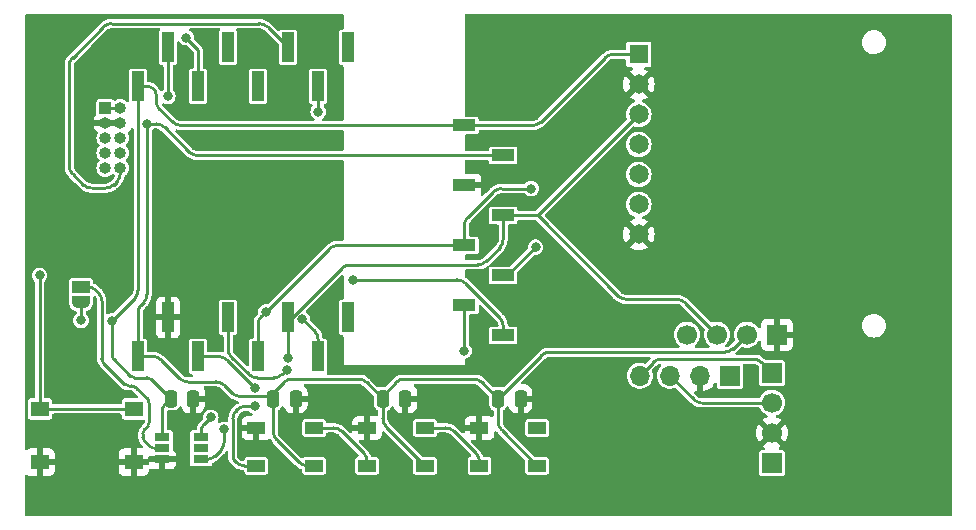
<source format=gtl>
%TF.GenerationSoftware,KiCad,Pcbnew,7.0.1*%
%TF.CreationDate,2023-03-22T16:32:40+01:00*%
%TF.ProjectId,iaq_device,6961715f-6465-4766-9963-652e6b696361,rev?*%
%TF.SameCoordinates,Original*%
%TF.FileFunction,Copper,L1,Top*%
%TF.FilePolarity,Positive*%
%FSLAX46Y46*%
G04 Gerber Fmt 4.6, Leading zero omitted, Abs format (unit mm)*
G04 Created by KiCad (PCBNEW 7.0.1) date 2023-03-22 16:32:40*
%MOMM*%
%LPD*%
G01*
G04 APERTURE LIST*
G04 Aperture macros list*
%AMRoundRect*
0 Rectangle with rounded corners*
0 $1 Rounding radius*
0 $2 $3 $4 $5 $6 $7 $8 $9 X,Y pos of 4 corners*
0 Add a 4 corners polygon primitive as box body*
4,1,4,$2,$3,$4,$5,$6,$7,$8,$9,$2,$3,0*
0 Add four circle primitives for the rounded corners*
1,1,$1+$1,$2,$3*
1,1,$1+$1,$4,$5*
1,1,$1+$1,$6,$7*
1,1,$1+$1,$8,$9*
0 Add four rect primitives between the rounded corners*
20,1,$1+$1,$2,$3,$4,$5,0*
20,1,$1+$1,$4,$5,$6,$7,0*
20,1,$1+$1,$6,$7,$8,$9,0*
20,1,$1+$1,$8,$9,$2,$3,0*%
%AMFreePoly0*
4,1,19,0.550000,-0.750000,0.000000,-0.750000,0.000000,-0.744911,-0.071157,-0.744911,-0.207708,-0.704816,-0.327430,-0.627875,-0.420627,-0.520320,-0.479746,-0.390866,-0.500000,-0.250000,-0.500000,0.250000,-0.479746,0.390866,-0.420627,0.520320,-0.327430,0.627875,-0.207708,0.704816,-0.071157,0.744911,0.000000,0.744911,0.000000,0.750000,0.550000,0.750000,0.550000,-0.750000,0.550000,-0.750000,
$1*%
%AMFreePoly1*
4,1,19,0.000000,0.744911,0.071157,0.744911,0.207708,0.704816,0.327430,0.627875,0.420627,0.520320,0.479746,0.390866,0.500000,0.250000,0.500000,-0.250000,0.479746,-0.390866,0.420627,-0.520320,0.327430,-0.627875,0.207708,-0.704816,0.071157,-0.744911,0.000000,-0.744911,0.000000,-0.750000,-0.550000,-0.750000,-0.550000,0.750000,0.000000,0.750000,0.000000,0.744911,0.000000,0.744911,
$1*%
G04 Aperture macros list end*
%TA.AperFunction,SMDPad,CuDef*%
%ADD10R,1.000000X2.510000*%
%TD*%
%TA.AperFunction,ComponentPad*%
%ADD11R,1.000000X1.000000*%
%TD*%
%TA.AperFunction,ComponentPad*%
%ADD12O,1.000000X1.000000*%
%TD*%
%TA.AperFunction,SMDPad,CuDef*%
%ADD13RoundRect,0.250000X-0.250000X-0.475000X0.250000X-0.475000X0.250000X0.475000X-0.250000X0.475000X0*%
%TD*%
%TA.AperFunction,SMDPad,CuDef*%
%ADD14FreePoly0,90.000000*%
%TD*%
%TA.AperFunction,SMDPad,CuDef*%
%ADD15R,1.500000X1.000000*%
%TD*%
%TA.AperFunction,SMDPad,CuDef*%
%ADD16FreePoly1,90.000000*%
%TD*%
%TA.AperFunction,SMDPad,CuDef*%
%ADD17R,1.300000X0.700000*%
%TD*%
%TA.AperFunction,SMDPad,CuDef*%
%ADD18R,1.550000X1.300000*%
%TD*%
%TA.AperFunction,SMDPad,CuDef*%
%ADD19R,1.900000X1.000000*%
%TD*%
%TA.AperFunction,ComponentPad*%
%ADD20R,1.700000X1.700000*%
%TD*%
%TA.AperFunction,ComponentPad*%
%ADD21C,1.700000*%
%TD*%
%TA.AperFunction,ComponentPad*%
%ADD22O,1.700000X1.700000*%
%TD*%
%TA.AperFunction,ComponentPad*%
%ADD23R,1.650000X1.650000*%
%TD*%
%TA.AperFunction,ComponentPad*%
%ADD24C,1.650000*%
%TD*%
%TA.AperFunction,ViaPad*%
%ADD25C,0.800000*%
%TD*%
%TA.AperFunction,Conductor*%
%ADD26C,0.254000*%
%TD*%
G04 APERTURE END LIST*
D10*
X126619000Y-77090000D03*
X124079000Y-80390000D03*
X121539000Y-77090000D03*
X118999000Y-80390000D03*
X116459000Y-77090000D03*
X113919000Y-80390000D03*
X111379000Y-77090000D03*
X108839000Y-80390000D03*
X108839000Y-103250000D03*
X111379000Y-99950000D03*
X113919000Y-103250000D03*
X116459000Y-99950000D03*
X118999000Y-103250000D03*
X121539000Y-99950000D03*
X124079000Y-103250000D03*
X126619000Y-99950000D03*
D11*
X106070000Y-82210000D03*
D12*
X107340000Y-82210000D03*
X106070000Y-83480000D03*
X107340000Y-83480000D03*
X106070000Y-84750000D03*
X107340000Y-84750000D03*
X106070000Y-86020000D03*
X107340000Y-86020000D03*
X106070000Y-87290000D03*
X107340000Y-87290000D03*
D13*
X111591000Y-106836000D03*
X113491000Y-106836000D03*
D14*
X104013000Y-98679000D03*
D15*
X104013000Y-97379000D03*
D16*
X104013000Y-96079000D03*
D17*
X110872000Y-110064000D03*
X110872000Y-111014000D03*
X110872000Y-111964000D03*
X114172000Y-111964000D03*
X114172000Y-111014000D03*
X114172000Y-110064000D03*
D15*
X118862000Y-109300000D03*
X118862000Y-112500000D03*
X123762000Y-112500000D03*
X123762000Y-109300000D03*
X128252000Y-109300000D03*
X128252000Y-112500000D03*
X133152000Y-112500000D03*
X133152000Y-109300000D03*
X137750000Y-109300000D03*
X137750000Y-112500000D03*
X142650000Y-112500000D03*
X142650000Y-109300000D03*
D13*
X120283500Y-106836000D03*
X122183500Y-106836000D03*
X129576500Y-106836000D03*
X131476500Y-106836000D03*
X139328500Y-106836000D03*
X141228500Y-106836000D03*
D18*
X100535000Y-107700000D03*
X108485000Y-107700000D03*
X100535000Y-112200000D03*
X108485000Y-112200000D03*
D19*
X136462500Y-83693000D03*
X139762500Y-86233000D03*
X136462500Y-88773000D03*
X139762500Y-91313000D03*
X136462500Y-93853000D03*
X139762500Y-96393000D03*
X136462500Y-98933000D03*
X139762500Y-101473000D03*
D20*
X162940000Y-101400000D03*
D21*
X160400000Y-101400000D03*
X157860000Y-101400000D03*
X155320000Y-101400000D03*
D20*
X158950000Y-104882000D03*
D22*
X156410000Y-104882000D03*
X153870000Y-104882000D03*
X151330000Y-104882000D03*
D20*
X162510000Y-112260000D03*
D21*
X162510000Y-109720000D03*
X162510000Y-107180000D03*
D20*
X162510000Y-104640000D03*
D23*
X151230000Y-77672500D03*
D24*
X151230000Y-80212500D03*
X151230000Y-82752500D03*
X151230000Y-85292500D03*
X151230000Y-87832500D03*
X151230000Y-90372500D03*
X151230000Y-92912500D03*
D25*
X124090000Y-82530000D03*
X111370000Y-81230000D03*
X119670000Y-99480000D03*
X121540000Y-103370000D03*
X121440000Y-104360000D03*
X136450000Y-102770000D03*
X100500000Y-96390000D03*
X112900000Y-76250000D03*
X122762273Y-100082273D03*
X140250000Y-79000000D03*
X114300000Y-76200000D03*
X120500000Y-82250000D03*
X145034000Y-96139000D03*
X125500000Y-115000000D03*
X107315000Y-93345000D03*
X116500000Y-85000000D03*
X158750000Y-113250000D03*
X123000000Y-85000000D03*
X113792000Y-92202000D03*
X124968000Y-98425000D03*
X164500000Y-91250000D03*
X103886000Y-83566000D03*
X122000000Y-90250000D03*
X119126000Y-76200000D03*
X104013000Y-100203000D03*
X106631500Y-100251500D03*
X109601000Y-83566000D03*
X142120000Y-89040000D03*
X115010000Y-108410000D03*
X116130000Y-109430000D03*
X142500000Y-94000000D03*
X118764000Y-107471000D03*
X118764000Y-105947000D03*
X127000000Y-96750000D03*
D26*
X121831886Y-100053100D02*
G75*
G03*
X121539000Y-100760214I707114J-707100D01*
G01*
X126799214Y-95500010D02*
G75*
G03*
X126092107Y-95792893I-14J-999990D01*
G01*
X121539000Y-103369000D02*
X121539000Y-100760214D01*
X137585786Y-95499990D02*
G75*
G03*
X138292893Y-95207107I14J999990D01*
G01*
X139469614Y-94030400D02*
G75*
G03*
X139762500Y-93323286I-707114J707100D01*
G01*
X121540000Y-103370000D02*
X121539000Y-103369000D01*
X121831893Y-100053107D02*
X126092107Y-95792893D01*
X126799214Y-95500000D02*
X137585786Y-95500000D01*
X138292893Y-95207107D02*
X139469607Y-94030393D01*
X139762500Y-93323286D02*
X139762500Y-91313000D01*
X111370000Y-81230000D02*
X111379000Y-81221000D01*
X111379000Y-81221000D02*
X111379000Y-77090000D01*
X124079000Y-82519000D02*
X124090000Y-82530000D01*
X124079000Y-80390000D02*
X124079000Y-82519000D01*
X110400005Y-81822893D02*
G75*
G03*
X110546447Y-82176447I499995J-7D01*
G01*
X110399995Y-81087107D02*
G75*
G03*
X110253554Y-80733554I-499995J7D01*
G01*
X110056450Y-80536444D02*
G75*
G03*
X109702893Y-80390000I-353550J-353556D01*
G01*
X110056447Y-80536447D02*
X110253554Y-80733554D01*
X108839000Y-80390000D02*
X109702893Y-80390000D01*
X110400000Y-81087107D02*
X110400000Y-81822893D01*
X110546447Y-82176447D02*
X111770107Y-83400107D01*
X111770100Y-83400114D02*
G75*
G03*
X112477214Y-83693000I707100J707114D01*
G01*
X112477214Y-83693000D02*
X136462500Y-83693000D01*
X119291886Y-99858100D02*
G75*
G03*
X118999000Y-100565214I707114J-707100D01*
G01*
X118999000Y-103250000D02*
X118999000Y-100565214D01*
X119291893Y-99858107D02*
X119670000Y-99480000D01*
X119936893Y-99213107D02*
X119670000Y-99480000D01*
X119962893Y-99213107D02*
X119936893Y-99213107D01*
X120325786Y-105059990D02*
G75*
G03*
X121032893Y-104767107I14J999990D01*
G01*
X118203100Y-104767114D02*
G75*
G03*
X118910214Y-105060000I707100J707114D01*
G01*
X116459010Y-102608786D02*
G75*
G03*
X116751893Y-103315893I999990J-14D01*
G01*
X116459000Y-99950000D02*
X116459000Y-102608786D01*
X121032893Y-104767107D02*
X121440000Y-104360000D01*
X116751893Y-103315893D02*
X118203107Y-104767107D01*
X118910214Y-105060000D02*
X120325786Y-105060000D01*
X111164886Y-107262100D02*
G75*
G03*
X110872000Y-107969214I707114J-707100D01*
G01*
X110872000Y-110064000D02*
X110872000Y-107969214D01*
X111164893Y-107262107D02*
X111591000Y-106836000D01*
X125737214Y-93853000D02*
X136462500Y-93853000D01*
X125737214Y-93853010D02*
G75*
G03*
X125030107Y-94145893I-14J-999990D01*
G01*
X119962893Y-99213107D02*
X125030107Y-94145893D01*
X136462500Y-102757500D02*
X136462500Y-98933000D01*
X136450000Y-102770000D02*
X136462500Y-102757500D01*
X113919000Y-80390000D02*
X113919000Y-77269000D01*
X113919000Y-77269000D02*
X112900000Y-76250000D01*
X100500000Y-96390000D02*
X100535000Y-96425000D01*
X100535000Y-96425000D02*
X100535000Y-107700000D01*
X109951450Y-105196444D02*
G75*
G03*
X109597893Y-105050000I-353550J-353556D01*
G01*
X108179551Y-104903557D02*
G75*
G03*
X108533107Y-105050000I353549J353557D01*
G01*
X106631505Y-103148393D02*
G75*
G03*
X106777947Y-103501947I499995J-7D01*
G01*
X109386444Y-109433550D02*
G75*
G03*
X109240000Y-109787107I353556J-353550D01*
G01*
X109240005Y-110078893D02*
G75*
G03*
X109386446Y-110432446I499995J-7D01*
G01*
X108654449Y-105886443D02*
G75*
G03*
X108300893Y-105740000I-353549J-353557D01*
G01*
X107683550Y-105593556D02*
G75*
G03*
X108037107Y-105740000I353550J353556D01*
G01*
X105760005Y-103462893D02*
G75*
G03*
X105906446Y-103816446I499995J-7D01*
G01*
X109821550Y-110867556D02*
G75*
G03*
X110175107Y-111014000I353550J353556D01*
G01*
X109789995Y-107229107D02*
G75*
G03*
X109643553Y-106875553I-499995J7D01*
G01*
X109643557Y-109176449D02*
G75*
G03*
X109790000Y-108822893I-353557J353549D01*
G01*
X105759990Y-98536214D02*
G75*
G03*
X105467107Y-97829107I-999990J14D01*
G01*
X105309900Y-97671886D02*
G75*
G03*
X104602786Y-97379000I-707100J-707114D01*
G01*
X104602786Y-97379000D02*
X104013000Y-97379000D01*
X110872000Y-111014000D02*
X110175107Y-111014000D01*
X109821553Y-110867553D02*
X109386446Y-110432446D01*
X109240000Y-110078893D02*
X109240000Y-109787107D01*
X109386447Y-109433553D02*
X109643554Y-109176446D01*
X109790000Y-108822893D02*
X109790000Y-107229107D01*
X109643553Y-106875553D02*
X108654446Y-105886446D01*
X108300893Y-105740000D02*
X108037107Y-105740000D01*
X105467107Y-97829107D02*
X105309893Y-97671893D01*
X107683553Y-105593553D02*
X105906446Y-103816446D01*
X105760000Y-103462893D02*
X105760000Y-98536214D01*
X106631500Y-100251500D02*
X106631500Y-103148393D01*
X106777947Y-103501947D02*
X108179554Y-104903554D01*
X108533107Y-105050000D02*
X109597893Y-105050000D01*
X109951447Y-105196447D02*
X111591000Y-106836000D01*
X112336100Y-105097114D02*
G75*
G03*
X113043214Y-105390000I707100J707114D01*
G01*
X116127107Y-105682893D02*
G75*
G03*
X115420000Y-105390000I-707107J-707107D01*
G01*
X110781900Y-103542886D02*
G75*
G03*
X110074786Y-103250000I-707100J-707114D01*
G01*
X116791307Y-106347121D02*
G75*
G03*
X117498428Y-106640000I707093J707121D01*
G01*
X112336107Y-105097107D02*
X110781893Y-103542893D01*
X110074786Y-103250000D02*
X108839000Y-103250000D01*
X109308114Y-98691900D02*
G75*
G03*
X109601000Y-97984786I-707114J707100D01*
G01*
X109131886Y-98868100D02*
G75*
G03*
X108839000Y-99575214I707114J-707100D01*
G01*
X109601000Y-83566000D02*
X109601000Y-97984786D01*
X109308107Y-98691893D02*
X109131893Y-98868107D01*
X108839000Y-99575214D02*
X108839000Y-103250000D01*
X116127107Y-105682893D02*
X116791321Y-106347107D01*
X117498428Y-106640000D02*
X120087500Y-106640000D01*
X113043214Y-105390000D02*
X115420000Y-105390000D01*
X120087500Y-106640000D02*
X120283500Y-106836000D01*
X116359900Y-103542886D02*
G75*
G03*
X115652786Y-103250000I-707100J-707114D01*
G01*
X118764000Y-105947000D02*
X116359893Y-103542893D01*
X115652786Y-103250000D02*
X113919000Y-103250000D01*
X124078990Y-101813214D02*
G75*
G03*
X123786107Y-101106107I-999990J14D01*
G01*
X122762273Y-100082273D02*
X123786107Y-101106107D01*
X124079000Y-101813214D02*
X124079000Y-102844000D01*
X106594214Y-75070010D02*
G75*
G03*
X105887107Y-75362893I-14J-999990D01*
G01*
X119811900Y-75362886D02*
G75*
G03*
X119104786Y-75070000I-707100J-707114D01*
G01*
X107047114Y-88452900D02*
G75*
G03*
X107340000Y-87745786I-707114J707100D01*
G01*
X106085786Y-89000000D02*
X104914214Y-89000000D01*
X106085786Y-88999990D02*
G75*
G03*
X106792893Y-88707107I14J999990D01*
G01*
X104207100Y-88707114D02*
G75*
G03*
X104914214Y-89000000I707100J707114D01*
G01*
X103000010Y-87085786D02*
G75*
G03*
X103292893Y-87792893I999990J-14D01*
G01*
X107340000Y-87290000D02*
X107340000Y-87745786D01*
X103292886Y-77957100D02*
G75*
G03*
X103000000Y-78664214I707114J-707100D01*
G01*
X107047107Y-88452893D02*
X106792893Y-88707107D01*
X104207107Y-88707107D02*
X103292893Y-87792893D01*
X103000000Y-87085786D02*
X103000000Y-78664214D01*
X103292893Y-77957107D02*
X105887107Y-75362893D01*
X106594214Y-75070000D02*
X119104786Y-75070000D01*
X119811893Y-75362893D02*
X121539000Y-77090000D01*
X129576510Y-108510286D02*
G75*
G03*
X129869393Y-109217393I999990J-14D01*
G01*
X128251990Y-112160214D02*
G75*
G03*
X127959107Y-111453107I-999990J14D01*
G01*
X126098900Y-109592886D02*
G75*
G03*
X125391786Y-109300000I-707100J-707114D01*
G01*
X136530400Y-97042886D02*
G75*
G03*
X135823286Y-96750000I-707100J-707114D01*
G01*
X139762490Y-100689214D02*
G75*
G03*
X139469607Y-99982107I-999990J14D01*
G01*
X139614214Y-89040010D02*
G75*
G03*
X138907107Y-89332893I-14J-999990D01*
G01*
X136755386Y-91484600D02*
G75*
G03*
X136462500Y-92191714I707114J-707100D01*
G01*
X149081714Y-77672510D02*
G75*
G03*
X148374607Y-77965393I-14J-999990D01*
G01*
X142232786Y-83692990D02*
G75*
G03*
X142939893Y-83400107I14J999990D01*
G01*
X155172900Y-98712886D02*
G75*
G03*
X154465786Y-98420000I-707100J-707114D01*
G01*
X149483600Y-98127114D02*
G75*
G03*
X150190714Y-98420000I707100J707114D01*
G01*
X161642900Y-103772886D02*
G75*
G03*
X160935786Y-103480000I-707100J-707114D01*
G01*
X153146214Y-103480010D02*
G75*
G03*
X152439107Y-103772893I-14J-999990D01*
G01*
X155875100Y-106887114D02*
G75*
G03*
X156582214Y-107180000I707100J707114D01*
G01*
X158505786Y-102879990D02*
G75*
G03*
X159212893Y-102587107I14J999990D01*
G01*
X143698714Y-102880010D02*
G75*
G03*
X142991607Y-103172893I-14J-999990D01*
G01*
X137949400Y-105456886D02*
G75*
G03*
X137242286Y-105164000I-707100J-707114D01*
G01*
X131386214Y-105164010D02*
G75*
G03*
X130679107Y-105456893I-14J-999990D01*
G01*
X128197400Y-105456886D02*
G75*
G03*
X127490286Y-105164000I-707100J-707114D01*
G01*
X139328510Y-108764286D02*
G75*
G03*
X139621393Y-109471393I999990J-14D01*
G01*
X137749990Y-112160214D02*
G75*
G03*
X137457107Y-111453107I-999990J14D01*
G01*
X135596900Y-109592886D02*
G75*
G03*
X134889786Y-109300000I-707100J-707114D01*
G01*
X121886214Y-105164010D02*
G75*
G03*
X121179107Y-105456893I-14J-999990D01*
G01*
X122465100Y-112207114D02*
G75*
G03*
X123172214Y-112500000I707100J707114D01*
G01*
X120296010Y-109623786D02*
G75*
G03*
X120588893Y-110330893I999990J-14D01*
G01*
X117162886Y-107837100D02*
G75*
G03*
X116870000Y-108544214I707114J-707100D01*
G01*
X117943214Y-107471010D02*
G75*
G03*
X117236107Y-107763893I-14J-999990D01*
G01*
X117137100Y-112207114D02*
G75*
G03*
X117844214Y-112500000I707100J707114D01*
G01*
X114464886Y-108955100D02*
G75*
G03*
X114172000Y-109662214I707114J-707100D01*
G01*
X115837114Y-111202900D02*
G75*
G03*
X116130000Y-110495786I-707114J707100D01*
G01*
X114661786Y-111963990D02*
G75*
G03*
X115368893Y-111671107I14J999990D01*
G01*
X108546114Y-98336900D02*
G75*
G03*
X108839000Y-97629786I-707114J707100D01*
G01*
X111095900Y-83858886D02*
G75*
G03*
X110388786Y-83566000I-707100J-707114D01*
G01*
X113177100Y-85940114D02*
G75*
G03*
X113884214Y-86233000I707100J707114D01*
G01*
X100535000Y-107700000D02*
X108485000Y-107700000D01*
X103886000Y-83566000D02*
X106094000Y-83566000D01*
X110890000Y-111982000D02*
X110872000Y-111964000D01*
X106094000Y-83566000D02*
X106180000Y-83480000D01*
X142939893Y-83400107D02*
X148374607Y-77965393D01*
X108546107Y-98336893D02*
X106631500Y-100251500D01*
X104013000Y-98679000D02*
X104013000Y-100203000D01*
X149081714Y-77672500D02*
X151230000Y-77672500D01*
X108839000Y-81145000D02*
X108839000Y-97629786D01*
X136462500Y-83693000D02*
X142232786Y-83693000D01*
X123762000Y-109300000D02*
X125391786Y-109300000D01*
X126098893Y-109592893D02*
X127959107Y-111453107D01*
X128252000Y-112160214D02*
X128252000Y-112500000D01*
X133152000Y-109300000D02*
X134889786Y-109300000D01*
X135596893Y-109592893D02*
X137457107Y-111453107D01*
X137750000Y-112160214D02*
X137750000Y-112500000D01*
X129576500Y-106559500D02*
X130679107Y-105456893D01*
X129576500Y-106836000D02*
X129576500Y-108510286D01*
X137949393Y-105456893D02*
X139328500Y-106836000D01*
X139328500Y-106836000D02*
X142991607Y-103172893D01*
X120588893Y-110330893D02*
X122465107Y-112207107D01*
X106180000Y-82210000D02*
X107340000Y-82210000D01*
X121886214Y-105164000D02*
X127490286Y-105164000D01*
X139762500Y-86233000D02*
X113884214Y-86233000D01*
X159212893Y-102587107D02*
X160400000Y-101400000D01*
X123172214Y-112500000D02*
X123762000Y-112500000D01*
X131386214Y-105164000D02*
X137242286Y-105164000D01*
X139621393Y-109471393D02*
X142650000Y-112500000D01*
X139328500Y-106836000D02*
X139328500Y-108764286D01*
X128197393Y-105456893D02*
X129576500Y-106836000D01*
X111095893Y-83858893D02*
X113177107Y-85940107D01*
X109601000Y-83566000D02*
X110388786Y-83566000D01*
X143698714Y-102880000D02*
X158505786Y-102880000D01*
X120283500Y-106352500D02*
X121179107Y-105456893D01*
X120296000Y-106836000D02*
X120296000Y-109623786D01*
X129869393Y-109217393D02*
X133152000Y-112500000D01*
X129576500Y-106836000D02*
X129576500Y-106559500D01*
X120283500Y-106836000D02*
X120283500Y-106352500D01*
X136462500Y-93853000D02*
X136462500Y-92191714D01*
X114172000Y-110064000D02*
X114172000Y-109662214D01*
X151330000Y-104882000D02*
X152439107Y-103772893D01*
X139614214Y-89040000D02*
X142120000Y-89040000D01*
X114464893Y-108955107D02*
X115010000Y-108410000D01*
X153146214Y-103480000D02*
X160935786Y-103480000D01*
X161642893Y-103772893D02*
X162510000Y-104640000D01*
X136755393Y-91484607D02*
X138907107Y-89332893D01*
X142669500Y-91313000D02*
X149483607Y-98127107D01*
X142669500Y-91313000D02*
X151230000Y-82752500D01*
X153870000Y-104882000D02*
X155875107Y-106887107D01*
X115368893Y-111671107D02*
X115837107Y-111202893D01*
X114172000Y-111964000D02*
X114661786Y-111964000D01*
X116130000Y-110495786D02*
X116130000Y-109430000D01*
X139762500Y-91313000D02*
X142669500Y-91313000D01*
X156582214Y-107180000D02*
X162510000Y-107180000D01*
X150190714Y-98420000D02*
X154465786Y-98420000D01*
X155172893Y-98712893D02*
X157860000Y-101400000D01*
X139762500Y-96393000D02*
X140107000Y-96393000D01*
X140107000Y-96393000D02*
X142500000Y-94000000D01*
X117844214Y-112500000D02*
X118862000Y-112500000D01*
X117236107Y-107763893D02*
X117162893Y-107837107D01*
X118764000Y-107471000D02*
X117943214Y-107471000D01*
X116870000Y-108544214D02*
X116870000Y-111940000D01*
X116870000Y-111940000D02*
X117137107Y-112207107D01*
X139469607Y-99982107D02*
X136530393Y-97042893D01*
X135823286Y-96750000D02*
X127000000Y-96750000D01*
X139762500Y-101473000D02*
X139762500Y-100689214D01*
%TA.AperFunction,Conductor*%
G36*
X126187000Y-74266881D02*
G01*
X126233119Y-74313000D01*
X126250000Y-74376000D01*
X126250000Y-75454501D01*
X126233119Y-75517501D01*
X126187000Y-75563620D01*
X126124000Y-75580501D01*
X126093932Y-75580501D01*
X126019699Y-75595265D01*
X125935515Y-75651515D01*
X125879266Y-75735698D01*
X125864500Y-75809933D01*
X125864500Y-78370068D01*
X125879265Y-78444300D01*
X125935515Y-78528484D01*
X125976542Y-78555897D01*
X126019699Y-78584734D01*
X126093933Y-78599500D01*
X126124000Y-78599500D01*
X126187000Y-78616381D01*
X126233119Y-78662500D01*
X126250000Y-78725500D01*
X126250000Y-83185500D01*
X126233119Y-83248500D01*
X126187000Y-83294619D01*
X126124000Y-83311500D01*
X124520542Y-83311500D01*
X124456665Y-83294108D01*
X124410422Y-83246734D01*
X124394579Y-83182455D01*
X124413509Y-83119017D01*
X124461986Y-83073933D01*
X124464529Y-83072599D01*
X124583498Y-82967201D01*
X124673787Y-82836395D01*
X124730149Y-82687782D01*
X124749307Y-82530000D01*
X124730149Y-82372218D01*
X124673787Y-82223605D01*
X124583498Y-82092799D01*
X124583497Y-82092798D01*
X124577556Y-82084191D01*
X124556007Y-82026384D01*
X124564483Y-81965276D01*
X124600953Y-81915517D01*
X124656673Y-81889036D01*
X124670191Y-81886347D01*
X124678301Y-81884734D01*
X124762484Y-81828484D01*
X124818734Y-81744301D01*
X124833500Y-81670067D01*
X124833499Y-79109934D01*
X124833499Y-79109932D01*
X124833499Y-79109931D01*
X124818734Y-79035699D01*
X124762484Y-78951515D01*
X124678301Y-78895266D01*
X124678300Y-78895265D01*
X124604066Y-78880500D01*
X123553931Y-78880500D01*
X123479699Y-78895265D01*
X123395515Y-78951515D01*
X123339266Y-79035698D01*
X123324500Y-79109933D01*
X123324500Y-81670068D01*
X123339265Y-81744300D01*
X123395515Y-81828484D01*
X123448310Y-81863760D01*
X123479699Y-81884734D01*
X123520673Y-81892884D01*
X123576392Y-81919366D01*
X123612861Y-81969126D01*
X123621336Y-82030233D01*
X123599787Y-82088039D01*
X123506212Y-82223605D01*
X123449850Y-82372219D01*
X123430693Y-82529999D01*
X123449850Y-82687780D01*
X123506212Y-82836394D01*
X123594637Y-82964500D01*
X123596502Y-82967201D01*
X123715471Y-83072599D01*
X123718013Y-83073933D01*
X123766491Y-83119017D01*
X123785421Y-83182455D01*
X123769578Y-83246734D01*
X123723335Y-83294108D01*
X123659458Y-83311500D01*
X112552509Y-83311500D01*
X112552503Y-83311499D01*
X112483393Y-83311499D01*
X112471045Y-83310892D01*
X112368897Y-83300833D01*
X112344671Y-83296015D01*
X112252392Y-83268024D01*
X112229575Y-83258573D01*
X112144529Y-83213117D01*
X112123992Y-83199395D01*
X112044715Y-83134335D01*
X112035553Y-83126030D01*
X110921402Y-82011879D01*
X110887465Y-81949973D01*
X110892154Y-81879530D01*
X110933995Y-81822667D01*
X110999853Y-81797234D01*
X111069051Y-81811216D01*
X111136207Y-81846463D01*
X111290529Y-81884500D01*
X111449469Y-81884500D01*
X111449471Y-81884500D01*
X111603793Y-81846463D01*
X111744529Y-81772599D01*
X111863498Y-81667201D01*
X111953787Y-81536395D01*
X112010149Y-81387782D01*
X112029307Y-81230000D01*
X112010149Y-81072218D01*
X111953787Y-80923605D01*
X111863498Y-80792799D01*
X111802946Y-80739154D01*
X111771600Y-80696554D01*
X111760500Y-80644842D01*
X111760500Y-78725499D01*
X111777381Y-78662499D01*
X111823500Y-78616380D01*
X111886500Y-78599499D01*
X111904068Y-78599499D01*
X111953555Y-78589655D01*
X111978301Y-78584734D01*
X112062484Y-78528484D01*
X112118734Y-78444301D01*
X112133500Y-78370067D01*
X112133499Y-76696034D01*
X112149379Y-76634802D01*
X112193016Y-76589003D01*
X112253411Y-76570183D01*
X112315341Y-76583086D01*
X112363195Y-76624460D01*
X112390498Y-76664016D01*
X112406502Y-76687201D01*
X112525471Y-76792599D01*
X112666207Y-76866463D01*
X112820529Y-76904500D01*
X112820531Y-76904500D01*
X112962787Y-76904500D01*
X113011005Y-76914091D01*
X113051882Y-76941404D01*
X113295732Y-77185255D01*
X113500596Y-77390119D01*
X113527909Y-77430996D01*
X113537500Y-77479214D01*
X113537500Y-78754501D01*
X113520619Y-78817501D01*
X113474500Y-78863620D01*
X113411500Y-78880501D01*
X113393932Y-78880501D01*
X113319699Y-78895265D01*
X113235515Y-78951515D01*
X113179266Y-79035698D01*
X113164500Y-79109933D01*
X113164500Y-81670068D01*
X113179265Y-81744300D01*
X113235515Y-81828484D01*
X113288310Y-81863760D01*
X113319699Y-81884734D01*
X113393933Y-81899500D01*
X114444066Y-81899499D01*
X114444068Y-81899499D01*
X114493556Y-81889655D01*
X114518301Y-81884734D01*
X114602484Y-81828484D01*
X114658734Y-81744301D01*
X114673500Y-81670068D01*
X118244500Y-81670068D01*
X118259265Y-81744300D01*
X118315515Y-81828484D01*
X118368310Y-81863760D01*
X118399699Y-81884734D01*
X118473933Y-81899500D01*
X119524066Y-81899499D01*
X119524068Y-81899499D01*
X119573556Y-81889655D01*
X119598301Y-81884734D01*
X119682484Y-81828484D01*
X119738734Y-81744301D01*
X119753500Y-81670067D01*
X119753499Y-79109934D01*
X119753499Y-79109932D01*
X119753499Y-79109931D01*
X119738734Y-79035699D01*
X119682484Y-78951515D01*
X119598301Y-78895266D01*
X119598300Y-78895265D01*
X119524066Y-78880500D01*
X118473931Y-78880500D01*
X118399699Y-78895265D01*
X118315515Y-78951515D01*
X118259266Y-79035698D01*
X118244500Y-79109933D01*
X118244500Y-81670068D01*
X114673500Y-81670068D01*
X114673500Y-81670067D01*
X114673499Y-79109934D01*
X114673499Y-79109932D01*
X114673499Y-79109931D01*
X114658734Y-79035699D01*
X114602484Y-78951515D01*
X114518301Y-78895266D01*
X114518300Y-78895265D01*
X114444067Y-78880500D01*
X114444066Y-78880500D01*
X114426500Y-78880500D01*
X114363500Y-78863619D01*
X114317381Y-78817500D01*
X114300500Y-78754500D01*
X114300500Y-77321634D01*
X114303182Y-77295776D01*
X114304182Y-77291009D01*
X114305445Y-77284984D01*
X114301467Y-77253078D01*
X114300500Y-77237493D01*
X114300500Y-77237388D01*
X114297025Y-77216571D01*
X114296276Y-77211439D01*
X114289696Y-77158640D01*
X114289695Y-77158638D01*
X114288703Y-77150678D01*
X114288637Y-77150471D01*
X114259508Y-77096644D01*
X114257138Y-77092040D01*
X114233777Y-77044254D01*
X114233776Y-77044253D01*
X114230253Y-77037046D01*
X114230122Y-77036871D01*
X114185092Y-76995418D01*
X114181335Y-76991812D01*
X113589717Y-76400194D01*
X113559704Y-76352199D01*
X113553731Y-76295915D01*
X113559307Y-76250000D01*
X113540149Y-76092218D01*
X113483787Y-75943605D01*
X113393498Y-75812799D01*
X113274529Y-75707401D01*
X113239595Y-75689066D01*
X113191119Y-75643982D01*
X113172189Y-75580544D01*
X113188032Y-75516266D01*
X113234275Y-75468892D01*
X113298152Y-75451500D01*
X115673433Y-75451500D01*
X115738210Y-75469426D01*
X115784555Y-75518104D01*
X115799281Y-75583683D01*
X115778198Y-75647502D01*
X115719266Y-75735698D01*
X115704500Y-75809933D01*
X115704500Y-78370068D01*
X115719265Y-78444300D01*
X115775515Y-78528484D01*
X115816542Y-78555897D01*
X115859699Y-78584734D01*
X115933933Y-78599500D01*
X116984066Y-78599499D01*
X116984068Y-78599499D01*
X117033555Y-78589655D01*
X117058301Y-78584734D01*
X117142484Y-78528484D01*
X117198734Y-78444301D01*
X117213500Y-78370067D01*
X117213499Y-75809934D01*
X117213499Y-75809933D01*
X117213499Y-75809931D01*
X117198734Y-75735699D01*
X117139802Y-75647502D01*
X117118719Y-75583683D01*
X117133445Y-75518104D01*
X117179790Y-75469426D01*
X117244567Y-75451500D01*
X119049937Y-75451500D01*
X119049940Y-75451501D01*
X119098606Y-75451500D01*
X119110954Y-75452107D01*
X119123614Y-75453353D01*
X119213106Y-75462166D01*
X119237323Y-75466983D01*
X119329612Y-75494977D01*
X119352419Y-75504423D01*
X119437472Y-75549883D01*
X119458006Y-75563604D01*
X119537280Y-75628661D01*
X119546443Y-75636966D01*
X119560991Y-75651514D01*
X119560994Y-75651516D01*
X120747595Y-76838117D01*
X120774909Y-76878994D01*
X120784500Y-76927212D01*
X120784500Y-78370068D01*
X120799265Y-78444300D01*
X120855515Y-78528484D01*
X120896542Y-78555897D01*
X120939699Y-78584734D01*
X121013933Y-78599500D01*
X122064066Y-78599499D01*
X122064068Y-78599499D01*
X122113555Y-78589655D01*
X122138301Y-78584734D01*
X122222484Y-78528484D01*
X122278734Y-78444301D01*
X122293500Y-78370067D01*
X122293499Y-75809934D01*
X122293499Y-75809933D01*
X122293499Y-75809931D01*
X122278734Y-75735699D01*
X122222484Y-75651515D01*
X122138301Y-75595266D01*
X122138296Y-75595265D01*
X122064066Y-75580500D01*
X121013931Y-75580500D01*
X120939699Y-75595265D01*
X120855515Y-75651515D01*
X120854504Y-75653030D01*
X120814516Y-75691101D01*
X120762089Y-75708419D01*
X120707291Y-75701660D01*
X120660645Y-75672122D01*
X120118563Y-75130041D01*
X120118532Y-75129995D01*
X120017628Y-75029094D01*
X119873956Y-74918853D01*
X119717115Y-74828303D01*
X119549805Y-74759003D01*
X119374878Y-74712135D01*
X119195330Y-74688499D01*
X119195329Y-74688499D01*
X119104781Y-74688500D01*
X106552944Y-74688500D01*
X106552827Y-74688509D01*
X106503669Y-74688509D01*
X106324124Y-74712144D01*
X106149197Y-74759012D01*
X105981885Y-74828313D01*
X105825051Y-74918858D01*
X105681376Y-75029103D01*
X105668692Y-75041786D01*
X105668664Y-75041811D01*
X103058052Y-77652424D01*
X103058009Y-77652453D01*
X102959094Y-77751371D01*
X102848853Y-77895043D01*
X102758303Y-78051884D01*
X102689003Y-78219194D01*
X102642135Y-78394121D01*
X102618499Y-78573669D01*
X102618500Y-78632603D01*
X102618500Y-87127225D01*
X102618509Y-87127340D01*
X102618509Y-87176331D01*
X102642144Y-87355875D01*
X102689012Y-87530802D01*
X102758313Y-87698114D01*
X102848858Y-87854948D01*
X102891174Y-87910095D01*
X102959103Y-87998623D01*
X102969295Y-88008815D01*
X102969302Y-88008824D01*
X102978116Y-88017638D01*
X102978117Y-88017639D01*
X103005405Y-88044927D01*
X103005410Y-88044934D01*
X103076368Y-88115892D01*
X103076374Y-88115896D01*
X103496358Y-88535881D01*
X103898561Y-88938084D01*
X103902424Y-88941947D01*
X103902455Y-88941992D01*
X104001371Y-89040905D01*
X104145035Y-89151140D01*
X104145046Y-89151148D01*
X104301882Y-89241695D01*
X104301884Y-89241696D01*
X104469194Y-89310996D01*
X104508731Y-89321589D01*
X104644122Y-89357865D01*
X104823671Y-89381501D01*
X104914219Y-89381500D01*
X106085781Y-89381500D01*
X106117397Y-89381500D01*
X106128311Y-89381500D01*
X106128421Y-89381490D01*
X106176329Y-89381491D01*
X106355876Y-89357856D01*
X106530802Y-89310987D01*
X106698114Y-89241686D01*
X106854949Y-89151140D01*
X106998623Y-89040897D01*
X107007263Y-89032256D01*
X107007268Y-89032253D01*
X107017637Y-89021883D01*
X107017639Y-89021883D01*
X107044928Y-88994593D01*
X107044932Y-88994591D01*
X107119156Y-88920367D01*
X107119159Y-88920361D01*
X107281950Y-88757572D01*
X107281993Y-88757543D01*
X107316877Y-88722657D01*
X107316878Y-88722658D01*
X107380904Y-88658630D01*
X107491148Y-88514954D01*
X107581695Y-88358118D01*
X107650996Y-88190805D01*
X107697865Y-88015878D01*
X107698695Y-88009571D01*
X107717561Y-87957983D01*
X107756580Y-87919325D01*
X107813400Y-87883624D01*
X107933624Y-87763400D01*
X108024082Y-87619437D01*
X108080237Y-87458954D01*
X108099274Y-87290000D01*
X108080237Y-87121046D01*
X108024082Y-86960563D01*
X107933624Y-86816600D01*
X107933623Y-86816599D01*
X107933622Y-86816597D01*
X107861120Y-86744095D01*
X107828508Y-86687611D01*
X107828508Y-86622389D01*
X107861120Y-86565905D01*
X107933622Y-86493402D01*
X107933622Y-86493401D01*
X107933624Y-86493400D01*
X108024082Y-86349437D01*
X108080237Y-86188954D01*
X108099274Y-86020000D01*
X108080237Y-85851046D01*
X108024082Y-85690563D01*
X107933624Y-85546600D01*
X107933623Y-85546599D01*
X107933622Y-85546597D01*
X107861120Y-85474095D01*
X107828508Y-85417611D01*
X107828508Y-85352389D01*
X107861120Y-85295905D01*
X107933622Y-85223402D01*
X107933621Y-85223402D01*
X107933624Y-85223400D01*
X108024082Y-85079437D01*
X108080237Y-84918954D01*
X108099274Y-84750000D01*
X108080237Y-84581046D01*
X108024082Y-84420563D01*
X108001071Y-84383941D01*
X107982157Y-84326910D01*
X107991806Y-84267602D01*
X108027826Y-84219507D01*
X108056212Y-84196211D01*
X108182176Y-84042723D01*
X108220378Y-83971254D01*
X108265665Y-83923217D01*
X108329026Y-83904674D01*
X108393066Y-83920716D01*
X108440205Y-83966937D01*
X108457500Y-84030650D01*
X108457500Y-97554491D01*
X108457499Y-97554497D01*
X108457499Y-97623606D01*
X108456892Y-97635954D01*
X108446833Y-97738102D01*
X108442015Y-97762328D01*
X108414024Y-97854607D01*
X108404572Y-97877428D01*
X108359118Y-97962469D01*
X108345395Y-97983007D01*
X108280335Y-98062284D01*
X108272036Y-98071441D01*
X108264401Y-98079077D01*
X108264395Y-98079083D01*
X106783380Y-99560096D01*
X106742503Y-99587409D01*
X106694285Y-99597000D01*
X106552029Y-99597000D01*
X106397707Y-99635037D01*
X106397706Y-99635037D01*
X106397704Y-99635038D01*
X106326055Y-99672643D01*
X106263695Y-99687019D01*
X106202315Y-99668904D01*
X106157752Y-99622974D01*
X106141500Y-99561076D01*
X106141500Y-98493877D01*
X106141490Y-98493760D01*
X106141490Y-98479995D01*
X106141491Y-98445671D01*
X106117856Y-98266124D01*
X106070987Y-98091198D01*
X106065967Y-98079079D01*
X106001686Y-97923885D01*
X105911141Y-97767051D01*
X105800897Y-97623377D01*
X105796339Y-97618819D01*
X105796331Y-97618808D01*
X105754595Y-97577072D01*
X105754594Y-97577070D01*
X105683630Y-97506106D01*
X105683623Y-97506101D01*
X105616563Y-97439041D01*
X105616532Y-97438995D01*
X105515628Y-97338094D01*
X105371956Y-97227853D01*
X105215115Y-97137303D01*
X105095282Y-97087668D01*
X105054404Y-97060355D01*
X105027090Y-97019477D01*
X105017499Y-96971259D01*
X105017499Y-96853932D01*
X105002734Y-96779699D01*
X104946484Y-96695515D01*
X104862301Y-96639266D01*
X104862296Y-96639265D01*
X104788066Y-96624500D01*
X103237931Y-96624500D01*
X103163699Y-96639265D01*
X103079515Y-96695515D01*
X103023266Y-96779698D01*
X103008500Y-96853933D01*
X103008500Y-97904068D01*
X103023488Y-97979419D01*
X103023488Y-98028578D01*
X103003514Y-98128998D01*
X103003514Y-98750892D01*
X103014024Y-98823992D01*
X103054531Y-98961946D01*
X103054532Y-98961949D01*
X103085213Y-99029132D01*
X103085215Y-99029135D01*
X103162945Y-99150088D01*
X103211308Y-99205902D01*
X103276581Y-99262460D01*
X103319974Y-99300060D01*
X103382105Y-99339988D01*
X103462801Y-99376841D01*
X103512885Y-99399714D01*
X103512886Y-99399714D01*
X103512890Y-99399716D01*
X103541000Y-99407970D01*
X103588013Y-99433642D01*
X103620114Y-99476524D01*
X103631500Y-99528866D01*
X103631500Y-99609869D01*
X103620399Y-99661581D01*
X103589054Y-99704181D01*
X103519501Y-99765799D01*
X103429212Y-99896605D01*
X103372850Y-100045219D01*
X103353693Y-100203000D01*
X103372850Y-100360780D01*
X103429212Y-100509394D01*
X103505601Y-100620063D01*
X103519502Y-100640201D01*
X103638471Y-100745599D01*
X103779207Y-100819463D01*
X103933529Y-100857500D01*
X104092469Y-100857500D01*
X104092471Y-100857500D01*
X104246793Y-100819463D01*
X104387529Y-100745599D01*
X104506498Y-100640201D01*
X104596787Y-100509395D01*
X104653149Y-100360782D01*
X104672307Y-100203000D01*
X104653149Y-100045218D01*
X104596787Y-99896605D01*
X104506498Y-99765799D01*
X104436946Y-99704181D01*
X104405601Y-99661581D01*
X104394500Y-99609869D01*
X104394500Y-99528866D01*
X104405886Y-99476524D01*
X104437987Y-99433642D01*
X104484999Y-99407970D01*
X104513110Y-99399716D01*
X104643895Y-99339988D01*
X104706026Y-99300060D01*
X104814687Y-99205906D01*
X104814688Y-99205903D01*
X104814691Y-99205902D01*
X104863054Y-99150088D01*
X104890008Y-99108146D01*
X104940787Y-99029132D01*
X104971468Y-98961949D01*
X105011975Y-98823994D01*
X105017065Y-98788595D01*
X105022486Y-98750892D01*
X105022486Y-98237949D01*
X105037364Y-98178552D01*
X105078485Y-98133183D01*
X105136138Y-98112556D01*
X105196707Y-98121541D01*
X105245885Y-98158016D01*
X105262535Y-98178305D01*
X105266384Y-98182995D01*
X105280106Y-98203531D01*
X105325563Y-98288577D01*
X105335015Y-98311397D01*
X105363005Y-98403671D01*
X105367822Y-98427892D01*
X105370519Y-98455265D01*
X105377893Y-98530150D01*
X105378499Y-98542498D01*
X105378499Y-98611503D01*
X105378500Y-98611509D01*
X105378500Y-103503760D01*
X105378504Y-103503814D01*
X105378504Y-103532264D01*
X105400207Y-103669307D01*
X105443080Y-103801262D01*
X105443081Y-103801265D01*
X105443082Y-103801266D01*
X105506072Y-103924895D01*
X105587626Y-104037148D01*
X105636682Y-104086204D01*
X105657781Y-104107304D01*
X105689924Y-104139447D01*
X105689927Y-104139449D01*
X107375007Y-105824530D01*
X107376886Y-105826409D01*
X107376900Y-105826430D01*
X107462842Y-105912372D01*
X107462845Y-105912374D01*
X107462847Y-105912376D01*
X107575101Y-105993931D01*
X107698731Y-106056922D01*
X107698733Y-106056922D01*
X107698734Y-106056923D01*
X107830688Y-106099796D01*
X107830689Y-106099796D01*
X107830692Y-106099797D01*
X107967736Y-106121501D01*
X108037112Y-106121500D01*
X108246044Y-106121500D01*
X108246047Y-106121501D01*
X108292638Y-106121500D01*
X108309065Y-106122575D01*
X108313957Y-106123218D01*
X108374233Y-106148182D01*
X108378123Y-106151167D01*
X108390502Y-106162024D01*
X108808882Y-106580405D01*
X108839619Y-106630564D01*
X108844235Y-106689211D01*
X108821722Y-106743561D01*
X108776989Y-106781767D01*
X108719786Y-106795500D01*
X107684931Y-106795500D01*
X107610699Y-106810265D01*
X107526515Y-106866515D01*
X107470266Y-106950698D01*
X107462882Y-106987816D01*
X107455947Y-107022689D01*
X107455500Y-107024934D01*
X107455500Y-107192500D01*
X107438619Y-107255500D01*
X107392500Y-107301619D01*
X107329500Y-107318500D01*
X101690499Y-107318500D01*
X101627499Y-107301619D01*
X101581380Y-107255500D01*
X101564499Y-107192500D01*
X101564499Y-107024932D01*
X101549734Y-106950699D01*
X101493484Y-106866515D01*
X101409301Y-106810266D01*
X101409300Y-106810265D01*
X101335067Y-106795500D01*
X101335066Y-106795500D01*
X101042500Y-106795500D01*
X100979500Y-106778619D01*
X100933381Y-106732500D01*
X100916500Y-106669500D01*
X100916500Y-96952124D01*
X100927600Y-96900413D01*
X100958946Y-96857813D01*
X100993496Y-96827203D01*
X100993496Y-96827202D01*
X100993498Y-96827201D01*
X101083787Y-96696395D01*
X101140149Y-96547782D01*
X101159307Y-96390000D01*
X101140149Y-96232218D01*
X101083787Y-96083605D01*
X100993498Y-95952799D01*
X100874529Y-95847401D01*
X100733793Y-95773537D01*
X100579471Y-95735500D01*
X100420529Y-95735500D01*
X100266207Y-95773537D01*
X100266206Y-95773537D01*
X100266204Y-95773538D01*
X100125472Y-95847400D01*
X100006501Y-95952799D01*
X99916212Y-96083605D01*
X99859850Y-96232219D01*
X99840693Y-96390000D01*
X99859850Y-96547780D01*
X99916212Y-96696394D01*
X99994625Y-96809995D01*
X100006502Y-96827201D01*
X100111055Y-96919827D01*
X100142399Y-96962426D01*
X100153500Y-97014138D01*
X100153500Y-106669501D01*
X100136619Y-106732501D01*
X100090500Y-106778620D01*
X100027500Y-106795501D01*
X99734932Y-106795501D01*
X99660699Y-106810265D01*
X99576515Y-106866515D01*
X99520266Y-106950698D01*
X99505500Y-107024933D01*
X99505500Y-108375068D01*
X99520265Y-108449300D01*
X99576515Y-108533484D01*
X99627841Y-108567779D01*
X99660699Y-108589734D01*
X99734933Y-108604500D01*
X101335066Y-108604499D01*
X101335068Y-108604499D01*
X101384555Y-108594655D01*
X101409301Y-108589734D01*
X101493484Y-108533484D01*
X101549734Y-108449301D01*
X101564500Y-108375067D01*
X101564500Y-108207500D01*
X101581381Y-108144500D01*
X101627500Y-108098381D01*
X101690500Y-108081500D01*
X107329501Y-108081500D01*
X107392501Y-108098381D01*
X107438620Y-108144500D01*
X107455501Y-108207500D01*
X107455501Y-108375068D01*
X107470265Y-108449300D01*
X107526515Y-108533484D01*
X107577841Y-108567779D01*
X107610699Y-108589734D01*
X107684933Y-108604500D01*
X109282500Y-108604499D01*
X109345500Y-108621380D01*
X109391619Y-108667499D01*
X109408500Y-108730499D01*
X109408500Y-108747598D01*
X109408499Y-108747604D01*
X109408499Y-108814638D01*
X109407423Y-108831071D01*
X109406780Y-108835959D01*
X109381821Y-108896226D01*
X109378844Y-108900106D01*
X109367974Y-108912501D01*
X109153589Y-109126886D01*
X109153573Y-109126896D01*
X109067627Y-109212842D01*
X108986069Y-109325100D01*
X108923076Y-109448734D01*
X108880203Y-109580688D01*
X108858499Y-109717736D01*
X108858500Y-109754652D01*
X108858500Y-110119760D01*
X108858504Y-110119814D01*
X108858504Y-110148264D01*
X108880207Y-110285307D01*
X108923080Y-110417262D01*
X108923081Y-110417265D01*
X108923082Y-110417266D01*
X108986072Y-110540895D01*
X109067626Y-110653148D01*
X109116682Y-110702204D01*
X109116683Y-110702205D01*
X109169924Y-110755447D01*
X109169928Y-110755450D01*
X109241383Y-110826905D01*
X109272121Y-110877064D01*
X109276737Y-110935711D01*
X109254224Y-110990061D01*
X109209491Y-111028267D01*
X109152288Y-111042000D01*
X108739000Y-111042000D01*
X108739000Y-111946000D01*
X109674000Y-111946000D01*
X109674000Y-111836000D01*
X109690881Y-111773000D01*
X109737000Y-111726881D01*
X109800000Y-111710000D01*
X112030000Y-111710000D01*
X112030000Y-111565411D01*
X112023494Y-111504906D01*
X111972445Y-111368037D01*
X111884905Y-111251096D01*
X111826991Y-111207743D01*
X111789827Y-111163274D01*
X111776499Y-111106876D01*
X111776499Y-110638934D01*
X111776498Y-110638931D01*
X111761511Y-110563579D01*
X111761511Y-110514417D01*
X111761732Y-110513303D01*
X111761734Y-110513301D01*
X111776500Y-110439067D01*
X111776499Y-109688934D01*
X111776499Y-109688933D01*
X111776499Y-109688931D01*
X111761734Y-109614699D01*
X111705484Y-109530515D01*
X111621301Y-109474266D01*
X111621300Y-109474265D01*
X111547067Y-109459500D01*
X111547066Y-109459500D01*
X111379500Y-109459500D01*
X111316500Y-109442619D01*
X111270381Y-109396500D01*
X111253500Y-109333500D01*
X111253500Y-108024063D01*
X111253501Y-108024060D01*
X111253500Y-107975392D01*
X111254105Y-107963063D01*
X111257445Y-107929146D01*
X111278070Y-107871500D01*
X111323440Y-107830378D01*
X111382833Y-107815499D01*
X111889254Y-107815499D01*
X111889258Y-107815499D01*
X111919298Y-107812269D01*
X111949342Y-107809040D01*
X112085267Y-107758342D01*
X112201404Y-107671404D01*
X112288342Y-107555267D01*
X112288342Y-107555266D01*
X112294766Y-107546685D01*
X112322630Y-107506256D01*
X112377321Y-107478169D01*
X112438793Y-107479306D01*
X112492408Y-107509397D01*
X112525402Y-107561276D01*
X112549343Y-107633525D01*
X112642367Y-107784342D01*
X112767657Y-107909632D01*
X112918477Y-108002659D01*
X113086671Y-108058393D01*
X113190497Y-108069000D01*
X113237000Y-108069000D01*
X113237000Y-107090000D01*
X113745000Y-107090000D01*
X113745000Y-108069000D01*
X113791503Y-108069000D01*
X113895328Y-108058393D01*
X114063522Y-108002659D01*
X114214342Y-107909632D01*
X114339632Y-107784342D01*
X114432659Y-107633522D01*
X114488393Y-107465328D01*
X114499000Y-107361503D01*
X114499000Y-107090000D01*
X113745000Y-107090000D01*
X113237000Y-107090000D01*
X113237000Y-106708000D01*
X113253881Y-106645000D01*
X113300000Y-106598881D01*
X113363000Y-106582000D01*
X114499000Y-106582000D01*
X114499000Y-106310497D01*
X114488393Y-106206671D01*
X114432659Y-106038477D01*
X114386503Y-105963647D01*
X114367774Y-105900248D01*
X114383720Y-105836094D01*
X114429952Y-105788842D01*
X114493744Y-105771500D01*
X115365149Y-105771500D01*
X115413813Y-105771500D01*
X115426162Y-105772107D01*
X115442887Y-105773754D01*
X115528317Y-105782168D01*
X115552531Y-105786984D01*
X115644813Y-105814978D01*
X115667630Y-105824428D01*
X115752678Y-105869887D01*
X115773210Y-105883606D01*
X115850459Y-105947002D01*
X115852567Y-105948732D01*
X115861729Y-105957037D01*
X116471806Y-106567114D01*
X116471817Y-106567128D01*
X116483677Y-106578988D01*
X116483729Y-106579066D01*
X116521551Y-106616886D01*
X116521551Y-106616887D01*
X116577879Y-106673212D01*
X116585581Y-106680914D01*
X116729257Y-106791157D01*
X116807677Y-106836429D01*
X116886096Y-106881702D01*
X117053411Y-106951002D01*
X117053412Y-106951002D01*
X117053414Y-106951003D01*
X117147383Y-106976179D01*
X117228340Y-106997869D01*
X117270272Y-107003388D01*
X117327885Y-107026371D01*
X117367552Y-107074063D01*
X117379655Y-107134903D01*
X117361261Y-107194145D01*
X117316827Y-107237430D01*
X117174048Y-107319861D01*
X117030377Y-107430102D01*
X117011364Y-107449114D01*
X117011363Y-107449115D01*
X117011361Y-107449117D01*
X116995150Y-107465328D01*
X116984072Y-107476406D01*
X116984060Y-107476415D01*
X116940320Y-107520157D01*
X116940316Y-107520159D01*
X116940317Y-107520160D01*
X116928043Y-107532432D01*
X116928003Y-107532459D01*
X116829094Y-107631371D01*
X116718853Y-107775043D01*
X116628303Y-107931884D01*
X116559003Y-108099194D01*
X116512135Y-108274121D01*
X116488499Y-108453669D01*
X116488500Y-108510281D01*
X116488500Y-108683448D01*
X116475785Y-108738607D01*
X116440206Y-108782633D01*
X116388945Y-108806642D01*
X116332350Y-108805787D01*
X116209471Y-108775500D01*
X116050529Y-108775500D01*
X115896207Y-108813537D01*
X115766813Y-108881448D01*
X115708258Y-108895880D01*
X115649703Y-108881447D01*
X115604563Y-108841456D01*
X115583178Y-108785067D01*
X115590447Y-108725199D01*
X115593784Y-108716398D01*
X115593787Y-108716395D01*
X115650149Y-108567782D01*
X115669307Y-108410000D01*
X115650149Y-108252218D01*
X115593787Y-108103605D01*
X115503498Y-107972799D01*
X115384529Y-107867401D01*
X115282199Y-107813694D01*
X115243795Y-107793538D01*
X115243794Y-107793537D01*
X115243793Y-107793537D01*
X115089471Y-107755500D01*
X114930529Y-107755500D01*
X114776207Y-107793537D01*
X114776206Y-107793537D01*
X114776204Y-107793538D01*
X114635472Y-107867400D01*
X114516501Y-107972799D01*
X114426212Y-108103605D01*
X114369850Y-108252219D01*
X114350693Y-108410000D01*
X114356267Y-108455912D01*
X114350294Y-108512200D01*
X114320282Y-108560193D01*
X114230052Y-108650424D01*
X114230009Y-108650453D01*
X114131094Y-108749371D01*
X114020853Y-108893043D01*
X113930303Y-109049884D01*
X113861004Y-109217192D01*
X113821104Y-109366110D01*
X113795919Y-109414490D01*
X113752648Y-109447694D01*
X113699398Y-109459500D01*
X113496932Y-109459500D01*
X113422699Y-109474265D01*
X113338515Y-109530515D01*
X113282266Y-109614698D01*
X113267500Y-109688933D01*
X113267500Y-110439068D01*
X113282488Y-110514419D01*
X113282488Y-110563578D01*
X113267500Y-110638931D01*
X113267500Y-111389068D01*
X113282488Y-111464420D01*
X113282488Y-111513580D01*
X113267500Y-111588932D01*
X113267500Y-112339068D01*
X113282265Y-112413300D01*
X113338515Y-112497484D01*
X113394765Y-112535068D01*
X113422699Y-112553734D01*
X113496933Y-112568500D01*
X114847066Y-112568499D01*
X114847068Y-112568499D01*
X114896556Y-112558655D01*
X114921301Y-112553734D01*
X115005484Y-112497484D01*
X115061734Y-112413301D01*
X115074531Y-112348964D01*
X115100710Y-112293614D01*
X115149892Y-112257139D01*
X115274114Y-112205686D01*
X115430949Y-112115140D01*
X115574623Y-112004897D01*
X115583263Y-111996256D01*
X115583268Y-111996253D01*
X115593637Y-111985883D01*
X115593639Y-111985883D01*
X115620928Y-111958593D01*
X115620932Y-111958591D01*
X115691890Y-111887633D01*
X115691893Y-111887628D01*
X116071950Y-111507571D01*
X116071993Y-111507543D01*
X116106877Y-111472657D01*
X116106878Y-111472658D01*
X116170904Y-111408630D01*
X116230530Y-111330922D01*
X116262537Y-111289210D01*
X116311250Y-111250807D01*
X116372385Y-111240301D01*
X116431124Y-111260240D01*
X116473231Y-111305791D01*
X116488500Y-111365913D01*
X116488500Y-111887367D01*
X116485818Y-111913225D01*
X116483554Y-111924017D01*
X116487532Y-111955922D01*
X116488500Y-111971508D01*
X116488500Y-111971614D01*
X116491975Y-111992443D01*
X116492725Y-111997589D01*
X116500294Y-112058302D01*
X116500371Y-112058542D01*
X116504181Y-112065583D01*
X116504182Y-112065586D01*
X116521689Y-112097936D01*
X116529492Y-112112355D01*
X116531874Y-112116984D01*
X116558742Y-112171943D01*
X116558884Y-112172134D01*
X116564779Y-112177561D01*
X116564780Y-112177562D01*
X116603931Y-112213603D01*
X116607663Y-112217185D01*
X116819735Y-112429257D01*
X116819744Y-112429268D01*
X116832424Y-112441948D01*
X116832453Y-112441990D01*
X116931371Y-112540905D01*
X116967334Y-112568500D01*
X117075046Y-112651148D01*
X117231882Y-112741695D01*
X117231884Y-112741696D01*
X117399194Y-112810996D01*
X117429497Y-112819115D01*
X117574122Y-112857865D01*
X117747947Y-112880747D01*
X117803771Y-112902455D01*
X117843264Y-112947488D01*
X117857501Y-113005669D01*
X117857501Y-113025068D01*
X117872265Y-113099300D01*
X117928515Y-113183484D01*
X117984764Y-113221068D01*
X118012699Y-113239734D01*
X118086933Y-113254500D01*
X119637066Y-113254499D01*
X119637068Y-113254499D01*
X119686555Y-113244655D01*
X119711301Y-113239734D01*
X119795484Y-113183484D01*
X119851734Y-113099301D01*
X119866500Y-113025067D01*
X119866499Y-111974934D01*
X119866499Y-111974933D01*
X119866499Y-111974931D01*
X119851734Y-111900699D01*
X119795484Y-111816515D01*
X119711301Y-111760266D01*
X119672218Y-111752492D01*
X119637066Y-111745500D01*
X118086931Y-111745500D01*
X118012699Y-111760265D01*
X117928515Y-111816515D01*
X117872266Y-111900698D01*
X117872265Y-111900699D01*
X117872266Y-111900699D01*
X117857501Y-111974931D01*
X117857500Y-111974934D01*
X117857500Y-111977361D01*
X117844046Y-112034012D01*
X117806559Y-112078565D01*
X117753042Y-112101506D01*
X117694926Y-112097936D01*
X117619392Y-112075024D01*
X117596575Y-112065573D01*
X117511529Y-112020117D01*
X117490993Y-112006395D01*
X117411720Y-111941339D01*
X117402557Y-111933034D01*
X117391003Y-111921480D01*
X117391002Y-111921480D01*
X117288404Y-111818881D01*
X117261091Y-111778004D01*
X117251500Y-111729786D01*
X117251500Y-109554000D01*
X117604000Y-109554000D01*
X117604000Y-109848589D01*
X117610505Y-109909093D01*
X117661554Y-110045962D01*
X117749095Y-110162904D01*
X117866037Y-110250445D01*
X118002906Y-110301494D01*
X118063411Y-110308000D01*
X118608000Y-110308000D01*
X118608000Y-109554000D01*
X117604000Y-109554000D01*
X117251500Y-109554000D01*
X117251500Y-108599063D01*
X117251501Y-108599060D01*
X117251500Y-108550392D01*
X117252107Y-108538045D01*
X117255460Y-108503999D01*
X117262167Y-108435891D01*
X117266982Y-108411678D01*
X117294978Y-108319383D01*
X117304423Y-108296580D01*
X117349887Y-108211519D01*
X117363596Y-108191002D01*
X117428666Y-108111711D01*
X117436956Y-108102567D01*
X117458020Y-108081502D01*
X117489840Y-108049682D01*
X117501491Y-108038032D01*
X117510645Y-108029734D01*
X117589999Y-107964612D01*
X117610526Y-107950895D01*
X117695581Y-107905434D01*
X117718391Y-107895986D01*
X117810681Y-107867991D01*
X117834882Y-107863178D01*
X117937164Y-107853105D01*
X117949497Y-107852500D01*
X117998060Y-107852501D01*
X117998063Y-107852500D01*
X118165924Y-107852500D01*
X118224477Y-107866932D01*
X118269618Y-107906921D01*
X118270500Y-107908199D01*
X118270501Y-107908200D01*
X118270502Y-107908201D01*
X118389471Y-108013599D01*
X118467276Y-108054434D01*
X118515752Y-108099517D01*
X118534682Y-108162955D01*
X118518839Y-108227234D01*
X118472596Y-108274608D01*
X118408719Y-108292000D01*
X118063411Y-108292000D01*
X118002906Y-108298505D01*
X117866037Y-108349554D01*
X117749095Y-108437095D01*
X117661554Y-108554037D01*
X117610505Y-108690906D01*
X117604000Y-108751411D01*
X117604000Y-109046000D01*
X118990000Y-109046000D01*
X119053000Y-109062881D01*
X119099119Y-109109000D01*
X119116000Y-109172000D01*
X119116000Y-110308000D01*
X119660589Y-110308000D01*
X119721093Y-110301494D01*
X119857960Y-110250446D01*
X119887188Y-110228566D01*
X119952712Y-110203829D01*
X120021323Y-110217901D01*
X120071819Y-110266435D01*
X120144858Y-110392948D01*
X120219026Y-110489606D01*
X120255103Y-110536623D01*
X120265295Y-110546815D01*
X120265302Y-110546824D01*
X120274116Y-110555638D01*
X120274117Y-110555639D01*
X120301405Y-110582927D01*
X120301410Y-110582934D01*
X120372369Y-110653893D01*
X120372377Y-110653899D01*
X122147735Y-112429257D01*
X122147744Y-112429268D01*
X122160424Y-112441948D01*
X122160453Y-112441990D01*
X122259371Y-112540905D01*
X122295334Y-112568500D01*
X122403046Y-112651148D01*
X122559882Y-112741695D01*
X122679720Y-112791332D01*
X122720594Y-112818642D01*
X122747908Y-112859520D01*
X122757500Y-112907738D01*
X122757500Y-113025067D01*
X122772265Y-113099300D01*
X122828515Y-113183484D01*
X122884764Y-113221068D01*
X122912699Y-113239734D01*
X122986933Y-113254500D01*
X124537066Y-113254499D01*
X124537068Y-113254499D01*
X124586555Y-113244655D01*
X124611301Y-113239734D01*
X124695484Y-113183484D01*
X124751734Y-113099301D01*
X124766500Y-113025067D01*
X124766499Y-111974934D01*
X124766499Y-111974933D01*
X124766499Y-111974931D01*
X124751734Y-111900699D01*
X124695484Y-111816515D01*
X124611301Y-111760266D01*
X124572218Y-111752492D01*
X124537066Y-111745500D01*
X122986931Y-111745500D01*
X122912699Y-111760265D01*
X122828515Y-111816515D01*
X122827905Y-111817430D01*
X122787917Y-111855502D01*
X122735490Y-111872821D01*
X122680692Y-111866063D01*
X122634045Y-111836523D01*
X121761632Y-110964110D01*
X120863035Y-110065512D01*
X120854730Y-110056349D01*
X120789616Y-109977005D01*
X120775893Y-109956468D01*
X120730436Y-109871422D01*
X120720984Y-109848602D01*
X120718967Y-109841953D01*
X120713845Y-109825068D01*
X122757500Y-109825068D01*
X122772265Y-109899300D01*
X122828515Y-109983484D01*
X122884764Y-110021068D01*
X122912699Y-110039734D01*
X122986933Y-110054500D01*
X124537066Y-110054499D01*
X124537068Y-110054499D01*
X124586556Y-110044655D01*
X124611301Y-110039734D01*
X124695484Y-109983484D01*
X124751734Y-109899301D01*
X124766500Y-109825067D01*
X124766500Y-109807500D01*
X124783381Y-109744500D01*
X124829500Y-109698381D01*
X124892500Y-109681500D01*
X125336937Y-109681500D01*
X125336940Y-109681501D01*
X125385606Y-109681500D01*
X125397954Y-109682107D01*
X125410614Y-109683353D01*
X125500106Y-109692166D01*
X125524323Y-109696983D01*
X125616612Y-109724977D01*
X125639419Y-109734423D01*
X125724472Y-109779883D01*
X125745006Y-109793604D01*
X125824280Y-109858661D01*
X125833443Y-109866966D01*
X125847882Y-109881405D01*
X125847885Y-109881407D01*
X127506295Y-111539818D01*
X127539424Y-111598298D01*
X127537774Y-111665489D01*
X127501816Y-111722273D01*
X127441781Y-111752492D01*
X127402699Y-111760265D01*
X127318515Y-111816515D01*
X127262266Y-111900698D01*
X127247500Y-111974933D01*
X127247500Y-113025068D01*
X127262265Y-113099300D01*
X127318515Y-113183484D01*
X127374764Y-113221068D01*
X127402699Y-113239734D01*
X127476933Y-113254500D01*
X129027066Y-113254499D01*
X129027068Y-113254499D01*
X129076555Y-113244655D01*
X129101301Y-113239734D01*
X129185484Y-113183484D01*
X129241734Y-113099301D01*
X129256500Y-113025067D01*
X129256499Y-111974934D01*
X129256499Y-111974933D01*
X129256499Y-111974931D01*
X129241734Y-111900699D01*
X129185484Y-111816515D01*
X129101301Y-111760266D01*
X129062218Y-111752492D01*
X129027067Y-111745500D01*
X129027066Y-111745500D01*
X128659730Y-111745500D01*
X128611512Y-111735909D01*
X128570634Y-111708595D01*
X128543321Y-111667717D01*
X128493686Y-111547885D01*
X128403141Y-111391051D01*
X128292897Y-111247377D01*
X128288339Y-111242819D01*
X128288331Y-111242808D01*
X128246595Y-111201072D01*
X128246594Y-111201070D01*
X128181268Y-111135744D01*
X128181257Y-111135735D01*
X127568617Y-110523095D01*
X127537879Y-110472936D01*
X127533263Y-110414289D01*
X127555776Y-110359939D01*
X127600509Y-110321733D01*
X127657712Y-110308000D01*
X127998000Y-110308000D01*
X127998000Y-109554000D01*
X126994000Y-109554000D01*
X126994000Y-109644288D01*
X126980267Y-109701491D01*
X126942061Y-109746224D01*
X126887711Y-109768737D01*
X126829064Y-109764121D01*
X126778905Y-109733383D01*
X126405563Y-109360041D01*
X126405532Y-109359995D01*
X126304628Y-109259094D01*
X126160956Y-109148853D01*
X126004115Y-109058303D01*
X125974412Y-109046000D01*
X126994000Y-109046000D01*
X127998000Y-109046000D01*
X127998000Y-108292000D01*
X127453411Y-108292000D01*
X127392906Y-108298505D01*
X127256037Y-108349554D01*
X127139095Y-108437095D01*
X127051554Y-108554037D01*
X127000505Y-108690906D01*
X126994000Y-108751411D01*
X126994000Y-109046000D01*
X125974412Y-109046000D01*
X125836805Y-108989003D01*
X125661878Y-108942135D01*
X125482330Y-108918499D01*
X125482329Y-108918499D01*
X125391781Y-108918500D01*
X124892499Y-108918500D01*
X124829499Y-108901619D01*
X124783380Y-108855500D01*
X124766499Y-108792500D01*
X124766499Y-108774932D01*
X124751734Y-108700699D01*
X124695484Y-108616515D01*
X124611301Y-108560266D01*
X124594178Y-108556860D01*
X124537066Y-108545500D01*
X122986931Y-108545500D01*
X122912699Y-108560265D01*
X122828515Y-108616515D01*
X122772266Y-108700698D01*
X122757500Y-108774933D01*
X122757500Y-109825068D01*
X120713845Y-109825068D01*
X120692992Y-109756320D01*
X120688177Y-109732115D01*
X120678105Y-109629836D01*
X120677500Y-109617499D01*
X120677500Y-109599776D01*
X120677501Y-109568940D01*
X120677500Y-109568937D01*
X120677500Y-107883223D01*
X120687673Y-107833623D01*
X120716550Y-107792032D01*
X120759467Y-107765167D01*
X120777767Y-107758342D01*
X120893904Y-107671404D01*
X120980842Y-107555267D01*
X120980842Y-107555266D01*
X120987266Y-107546685D01*
X121015130Y-107506256D01*
X121069821Y-107478169D01*
X121131293Y-107479306D01*
X121184908Y-107509397D01*
X121217902Y-107561276D01*
X121241843Y-107633525D01*
X121334867Y-107784342D01*
X121460157Y-107909632D01*
X121610977Y-108002659D01*
X121779171Y-108058393D01*
X121882997Y-108069000D01*
X121929500Y-108069000D01*
X121929500Y-107090000D01*
X122437500Y-107090000D01*
X122437500Y-108069000D01*
X122484003Y-108069000D01*
X122587828Y-108058393D01*
X122756022Y-108002659D01*
X122906842Y-107909632D01*
X123032132Y-107784342D01*
X123125159Y-107633522D01*
X123180893Y-107465328D01*
X123191500Y-107361503D01*
X123191500Y-107090000D01*
X122437500Y-107090000D01*
X121929500Y-107090000D01*
X121929500Y-106708000D01*
X121946381Y-106645000D01*
X121992500Y-106598881D01*
X122055500Y-106582000D01*
X123191500Y-106582000D01*
X123191500Y-106310497D01*
X123180893Y-106206671D01*
X123125159Y-106038477D01*
X123032132Y-105887657D01*
X122905070Y-105760595D01*
X122874332Y-105710436D01*
X122869716Y-105651789D01*
X122892229Y-105597439D01*
X122936962Y-105559233D01*
X122994165Y-105545500D01*
X127435437Y-105545500D01*
X127435440Y-105545501D01*
X127484106Y-105545500D01*
X127496454Y-105546107D01*
X127509114Y-105547353D01*
X127598606Y-105556166D01*
X127622823Y-105560983D01*
X127715112Y-105588977D01*
X127737919Y-105598423D01*
X127822972Y-105643883D01*
X127843506Y-105657604D01*
X127922779Y-105722660D01*
X127931942Y-105730965D01*
X127940970Y-105739993D01*
X127940973Y-105739995D01*
X128785095Y-106584117D01*
X128812409Y-106624994D01*
X128822000Y-106673212D01*
X128822000Y-107359257D01*
X128828459Y-107419338D01*
X128828459Y-107419340D01*
X128828460Y-107419342D01*
X128850402Y-107478169D01*
X128879158Y-107555268D01*
X128966095Y-107671404D01*
X129082233Y-107758342D01*
X129113034Y-107769831D01*
X129155951Y-107796696D01*
X129184827Y-107838286D01*
X129195000Y-107887886D01*
X129195000Y-108167253D01*
X129175801Y-108234107D01*
X129124056Y-108280588D01*
X129055533Y-108292531D01*
X129050593Y-108292000D01*
X128506000Y-108292000D01*
X128506000Y-110308000D01*
X129050589Y-110308000D01*
X129111093Y-110301494D01*
X129247962Y-110250445D01*
X129364904Y-110162904D01*
X129452445Y-110045962D01*
X129503494Y-109909093D01*
X129510000Y-109848589D01*
X129510000Y-109701712D01*
X129523733Y-109644509D01*
X129561939Y-109599776D01*
X129616289Y-109577263D01*
X129674936Y-109581879D01*
X129725095Y-109612617D01*
X132110595Y-111998117D01*
X132137909Y-112038994D01*
X132147500Y-112087212D01*
X132147500Y-113025068D01*
X132162265Y-113099300D01*
X132218515Y-113183484D01*
X132274764Y-113221068D01*
X132302699Y-113239734D01*
X132376933Y-113254500D01*
X133927066Y-113254499D01*
X133927068Y-113254499D01*
X133976555Y-113244655D01*
X134001301Y-113239734D01*
X134085484Y-113183484D01*
X134141734Y-113099301D01*
X134156500Y-113025067D01*
X134156499Y-111974934D01*
X134156499Y-111974933D01*
X134156499Y-111974931D01*
X134141734Y-111900699D01*
X134085484Y-111816515D01*
X134001301Y-111760266D01*
X133962218Y-111752492D01*
X133927067Y-111745500D01*
X133927066Y-111745500D01*
X132989212Y-111745500D01*
X132940994Y-111735909D01*
X132900117Y-111708595D01*
X131016591Y-109825068D01*
X132147500Y-109825068D01*
X132162265Y-109899300D01*
X132218515Y-109983484D01*
X132274764Y-110021068D01*
X132302699Y-110039734D01*
X132376933Y-110054500D01*
X133927066Y-110054499D01*
X133927068Y-110054499D01*
X133976556Y-110044655D01*
X134001301Y-110039734D01*
X134085484Y-109983484D01*
X134141734Y-109899301D01*
X134156500Y-109825067D01*
X134156500Y-109807500D01*
X134173381Y-109744500D01*
X134219500Y-109698381D01*
X134282500Y-109681500D01*
X134834937Y-109681500D01*
X134834940Y-109681501D01*
X134883606Y-109681500D01*
X134895954Y-109682107D01*
X134908614Y-109683353D01*
X134998106Y-109692166D01*
X135022323Y-109696983D01*
X135114612Y-109724977D01*
X135137419Y-109734423D01*
X135222472Y-109779883D01*
X135243006Y-109793604D01*
X135322280Y-109858661D01*
X135331443Y-109866966D01*
X135345882Y-109881405D01*
X135345885Y-109881407D01*
X137004295Y-111539818D01*
X137037424Y-111598298D01*
X137035774Y-111665489D01*
X136999816Y-111722273D01*
X136939781Y-111752492D01*
X136900699Y-111760265D01*
X136816515Y-111816515D01*
X136760266Y-111900698D01*
X136745500Y-111974933D01*
X136745500Y-113025068D01*
X136760265Y-113099300D01*
X136816515Y-113183484D01*
X136872764Y-113221068D01*
X136900699Y-113239734D01*
X136974933Y-113254500D01*
X138525066Y-113254499D01*
X138525068Y-113254499D01*
X138574555Y-113244655D01*
X138599301Y-113239734D01*
X138683484Y-113183484D01*
X138739734Y-113099301D01*
X138754500Y-113025067D01*
X138754499Y-111974934D01*
X138754499Y-111974933D01*
X138754499Y-111974931D01*
X138739734Y-111900699D01*
X138683484Y-111816515D01*
X138599301Y-111760266D01*
X138560218Y-111752492D01*
X138525067Y-111745500D01*
X138525066Y-111745500D01*
X138157730Y-111745500D01*
X138109512Y-111735909D01*
X138068634Y-111708595D01*
X138041321Y-111667717D01*
X137991686Y-111547885D01*
X137901141Y-111391051D01*
X137790897Y-111247377D01*
X137786339Y-111242819D01*
X137786331Y-111242808D01*
X137744595Y-111201072D01*
X137744594Y-111201070D01*
X137679268Y-111135744D01*
X137679257Y-111135735D01*
X137066617Y-110523095D01*
X137035879Y-110472936D01*
X137031263Y-110414289D01*
X137053776Y-110359939D01*
X137098509Y-110321733D01*
X137155712Y-110308000D01*
X137496000Y-110308000D01*
X137496000Y-109554000D01*
X136492000Y-109554000D01*
X136492000Y-109644288D01*
X136478267Y-109701491D01*
X136440061Y-109746224D01*
X136385711Y-109768737D01*
X136327064Y-109764121D01*
X136276905Y-109733383D01*
X135903563Y-109360041D01*
X135903532Y-109359995D01*
X135802628Y-109259094D01*
X135658956Y-109148853D01*
X135502115Y-109058303D01*
X135472412Y-109046000D01*
X136492000Y-109046000D01*
X137496000Y-109046000D01*
X137496000Y-108292000D01*
X136951411Y-108292000D01*
X136890906Y-108298505D01*
X136754037Y-108349554D01*
X136637095Y-108437095D01*
X136549554Y-108554037D01*
X136498505Y-108690906D01*
X136492000Y-108751411D01*
X136492000Y-109046000D01*
X135472412Y-109046000D01*
X135334805Y-108989003D01*
X135159878Y-108942135D01*
X134980330Y-108918499D01*
X134980329Y-108918499D01*
X134889781Y-108918500D01*
X134282499Y-108918500D01*
X134219499Y-108901619D01*
X134173380Y-108855500D01*
X134156499Y-108792500D01*
X134156499Y-108774932D01*
X134141734Y-108700699D01*
X134085484Y-108616515D01*
X134001301Y-108560266D01*
X133984178Y-108556860D01*
X133927066Y-108545500D01*
X132376931Y-108545500D01*
X132302699Y-108560265D01*
X132218515Y-108616515D01*
X132162266Y-108700698D01*
X132147500Y-108774933D01*
X132147500Y-109825068D01*
X131016591Y-109825068D01*
X130143535Y-108952012D01*
X130135230Y-108942849D01*
X130101394Y-108901619D01*
X130070115Y-108863504D01*
X130056393Y-108842968D01*
X130010936Y-108757922D01*
X130001484Y-108735102D01*
X129998480Y-108725199D01*
X129973492Y-108642820D01*
X129968677Y-108618615D01*
X129958605Y-108516336D01*
X129958000Y-108503999D01*
X129958001Y-108455440D01*
X129958000Y-108455437D01*
X129958000Y-107887886D01*
X129968173Y-107838286D01*
X129997049Y-107796696D01*
X130039966Y-107769831D01*
X130060956Y-107762001D01*
X130070767Y-107758342D01*
X130186904Y-107671404D01*
X130273842Y-107555267D01*
X130273842Y-107555266D01*
X130280266Y-107546685D01*
X130308130Y-107506256D01*
X130362821Y-107478169D01*
X130424293Y-107479306D01*
X130477908Y-107509397D01*
X130510902Y-107561276D01*
X130534843Y-107633525D01*
X130627867Y-107784342D01*
X130753157Y-107909632D01*
X130903977Y-108002659D01*
X131072171Y-108058393D01*
X131175997Y-108069000D01*
X131222500Y-108069000D01*
X131222500Y-107090000D01*
X131730500Y-107090000D01*
X131730500Y-108069000D01*
X131777003Y-108069000D01*
X131880828Y-108058393D01*
X132049022Y-108002659D01*
X132199842Y-107909632D01*
X132325132Y-107784342D01*
X132418159Y-107633522D01*
X132473893Y-107465328D01*
X132484500Y-107361503D01*
X132484500Y-107090000D01*
X131730500Y-107090000D01*
X131222500Y-107090000D01*
X131222500Y-106708000D01*
X131239381Y-106645000D01*
X131285500Y-106598881D01*
X131348500Y-106582000D01*
X132484500Y-106582000D01*
X132484500Y-106310497D01*
X132473893Y-106206671D01*
X132418159Y-106038477D01*
X132325132Y-105887657D01*
X132198070Y-105760595D01*
X132167332Y-105710436D01*
X132162716Y-105651789D01*
X132185229Y-105597439D01*
X132229962Y-105559233D01*
X132287165Y-105545500D01*
X137187437Y-105545500D01*
X137187440Y-105545501D01*
X137236106Y-105545500D01*
X137248454Y-105546107D01*
X137261114Y-105547353D01*
X137350606Y-105556166D01*
X137374823Y-105560983D01*
X137467112Y-105588977D01*
X137489919Y-105598423D01*
X137574972Y-105643883D01*
X137595506Y-105657604D01*
X137674779Y-105722660D01*
X137683942Y-105730965D01*
X137692970Y-105739993D01*
X137692973Y-105739995D01*
X138537095Y-106584117D01*
X138564409Y-106624994D01*
X138574000Y-106673212D01*
X138574000Y-107359257D01*
X138580459Y-107419338D01*
X138580459Y-107419340D01*
X138580460Y-107419342D01*
X138602402Y-107478169D01*
X138631158Y-107555268D01*
X138718095Y-107671404D01*
X138834233Y-107758342D01*
X138865034Y-107769831D01*
X138907951Y-107796696D01*
X138936827Y-107838286D01*
X138947000Y-107887886D01*
X138947000Y-108248333D01*
X138928197Y-108314551D01*
X138877400Y-108361005D01*
X138809770Y-108373832D01*
X138762820Y-108355841D01*
X138609093Y-108298505D01*
X138548589Y-108292000D01*
X138004000Y-108292000D01*
X138004000Y-110308000D01*
X138548589Y-110308000D01*
X138609093Y-110301494D01*
X138745962Y-110250445D01*
X138862904Y-110162904D01*
X138950445Y-110045962D01*
X139001494Y-109909093D01*
X139008000Y-109848589D01*
X139008000Y-109683920D01*
X139023269Y-109623798D01*
X139065376Y-109578247D01*
X139124114Y-109558308D01*
X139185249Y-109568813D01*
X139233961Y-109607214D01*
X139287603Y-109677123D01*
X139297795Y-109687315D01*
X139297802Y-109687324D01*
X139306616Y-109696138D01*
X139306617Y-109696139D01*
X139333905Y-109723427D01*
X139333910Y-109723434D01*
X139404869Y-109794393D01*
X139404877Y-109794399D01*
X141608595Y-111998117D01*
X141635909Y-112038994D01*
X141645500Y-112087212D01*
X141645500Y-113025068D01*
X141660265Y-113099300D01*
X141716515Y-113183484D01*
X141772764Y-113221068D01*
X141800699Y-113239734D01*
X141874933Y-113254500D01*
X143425066Y-113254499D01*
X143425068Y-113254499D01*
X143474555Y-113244655D01*
X143499301Y-113239734D01*
X143583484Y-113183484D01*
X143615835Y-113135068D01*
X161405500Y-113135068D01*
X161420265Y-113209300D01*
X161476515Y-113293484D01*
X161532764Y-113331068D01*
X161560699Y-113349734D01*
X161634933Y-113364500D01*
X163385066Y-113364499D01*
X163385068Y-113364499D01*
X163435308Y-113354506D01*
X163459301Y-113349734D01*
X163543484Y-113293484D01*
X163599734Y-113209301D01*
X163614500Y-113135067D01*
X163614499Y-111384934D01*
X163614499Y-111384933D01*
X163614499Y-111384931D01*
X163599734Y-111310699D01*
X163543484Y-111226515D01*
X163459301Y-111170266D01*
X163459296Y-111170265D01*
X163385066Y-111155500D01*
X163208246Y-111155500D01*
X163144646Y-111138270D01*
X163098439Y-111091293D01*
X163082263Y-111027417D01*
X163100542Y-110964110D01*
X163148277Y-110918686D01*
X163255303Y-110860766D01*
X163275688Y-110844899D01*
X163275689Y-110844898D01*
X162510001Y-110079210D01*
X162510000Y-110079210D01*
X161744310Y-110844899D01*
X161764697Y-110860766D01*
X161871723Y-110918686D01*
X161919458Y-110964109D01*
X161937737Y-111027416D01*
X161921561Y-111091293D01*
X161875355Y-111138270D01*
X161811755Y-111155500D01*
X161634932Y-111155500D01*
X161560699Y-111170265D01*
X161476515Y-111226515D01*
X161420266Y-111310698D01*
X161405500Y-111384933D01*
X161405500Y-113135068D01*
X143615835Y-113135068D01*
X143639734Y-113099301D01*
X143654500Y-113025067D01*
X143654499Y-111974934D01*
X143654499Y-111974933D01*
X143654499Y-111974931D01*
X143639734Y-111900699D01*
X143583484Y-111816515D01*
X143499301Y-111760266D01*
X143460218Y-111752492D01*
X143425067Y-111745500D01*
X143425066Y-111745500D01*
X142487212Y-111745500D01*
X142438994Y-111735909D01*
X142398117Y-111708595D01*
X141162458Y-110472936D01*
X140514591Y-109825068D01*
X141645500Y-109825068D01*
X141660265Y-109899300D01*
X141716515Y-109983484D01*
X141772764Y-110021068D01*
X141800699Y-110039734D01*
X141874933Y-110054500D01*
X143425066Y-110054499D01*
X143425068Y-110054499D01*
X143474556Y-110044655D01*
X143499301Y-110039734D01*
X143583484Y-109983484D01*
X143639734Y-109899301D01*
X143654500Y-109825067D01*
X143654500Y-109720000D01*
X161147346Y-109720000D01*
X161165931Y-109944283D01*
X161221180Y-110162456D01*
X161311580Y-110368548D01*
X161386922Y-110483866D01*
X162150789Y-109720001D01*
X162869210Y-109720001D01*
X163633076Y-110483867D01*
X163633077Y-110483866D01*
X163708418Y-110368551D01*
X163798819Y-110162457D01*
X163854068Y-109944283D01*
X163872653Y-109720000D01*
X163854068Y-109495716D01*
X163798819Y-109277543D01*
X163708417Y-109071446D01*
X163633076Y-108956132D01*
X162869210Y-109720000D01*
X162869210Y-109720001D01*
X162150789Y-109720001D01*
X162150790Y-109720000D01*
X161386922Y-108956133D01*
X161311580Y-109071451D01*
X161221180Y-109277543D01*
X161165931Y-109495716D01*
X161147346Y-109720000D01*
X143654500Y-109720000D01*
X143654499Y-108774934D01*
X143654499Y-108774932D01*
X143654499Y-108774931D01*
X143639734Y-108700699D01*
X143583484Y-108616515D01*
X143499301Y-108560266D01*
X143482178Y-108556860D01*
X143425066Y-108545500D01*
X141874931Y-108545500D01*
X141800699Y-108560265D01*
X141716515Y-108616515D01*
X141660266Y-108700698D01*
X141645500Y-108774933D01*
X141645500Y-109825068D01*
X140514591Y-109825068D01*
X139895535Y-109206012D01*
X139887230Y-109196849D01*
X139822116Y-109117505D01*
X139808393Y-109096968D01*
X139762936Y-109011922D01*
X139753484Y-108989102D01*
X139725492Y-108896820D01*
X139720677Y-108872615D01*
X139710605Y-108770336D01*
X139710000Y-108757999D01*
X139710000Y-108738607D01*
X139710001Y-108709440D01*
X139710000Y-108709437D01*
X139710000Y-107887886D01*
X139720173Y-107838286D01*
X139749049Y-107796696D01*
X139791966Y-107769831D01*
X139812956Y-107762001D01*
X139822767Y-107758342D01*
X139938904Y-107671404D01*
X140025842Y-107555267D01*
X140025842Y-107555266D01*
X140032266Y-107546685D01*
X140060130Y-107506256D01*
X140114821Y-107478169D01*
X140176293Y-107479306D01*
X140229908Y-107509397D01*
X140262902Y-107561276D01*
X140286843Y-107633525D01*
X140379867Y-107784342D01*
X140505157Y-107909632D01*
X140655977Y-108002659D01*
X140824171Y-108058393D01*
X140927997Y-108069000D01*
X140974500Y-108069000D01*
X140974500Y-107090000D01*
X141482500Y-107090000D01*
X141482500Y-108069000D01*
X141529003Y-108069000D01*
X141632828Y-108058393D01*
X141801022Y-108002659D01*
X141951842Y-107909632D01*
X142077132Y-107784342D01*
X142170159Y-107633522D01*
X142225893Y-107465328D01*
X142236500Y-107361503D01*
X142236500Y-107090000D01*
X141482500Y-107090000D01*
X140974500Y-107090000D01*
X140974500Y-106708000D01*
X140991381Y-106645000D01*
X141037500Y-106598881D01*
X141100500Y-106582000D01*
X142236500Y-106582000D01*
X142236500Y-106310497D01*
X142225893Y-106206671D01*
X142170159Y-106038477D01*
X142077132Y-105887657D01*
X141951842Y-105762367D01*
X141801022Y-105669340D01*
X141632828Y-105613606D01*
X141529003Y-105603000D01*
X141405211Y-105603000D01*
X141348008Y-105589267D01*
X141303275Y-105551061D01*
X141280762Y-105496711D01*
X141285378Y-105438064D01*
X141316116Y-105387905D01*
X141671884Y-105032137D01*
X143256990Y-103447031D01*
X143266144Y-103438735D01*
X143345499Y-103373613D01*
X143366031Y-103359893D01*
X143451081Y-103314434D01*
X143473891Y-103304986D01*
X143566181Y-103276991D01*
X143590382Y-103272178D01*
X143692664Y-103262105D01*
X143704997Y-103261500D01*
X143753560Y-103261501D01*
X143753563Y-103261500D01*
X152106788Y-103261500D01*
X152163992Y-103275234D01*
X152208726Y-103313441D01*
X152231237Y-103367793D01*
X152226619Y-103426442D01*
X152195879Y-103476598D01*
X152187068Y-103485409D01*
X152187068Y-103485410D01*
X152187062Y-103485414D01*
X152169348Y-103503129D01*
X152130562Y-103541915D01*
X152130560Y-103541917D01*
X151988050Y-103684427D01*
X151852925Y-103819552D01*
X151812943Y-103846490D01*
X151765770Y-103856441D01*
X151718316Y-103847948D01*
X151633556Y-103815112D01*
X151432347Y-103777500D01*
X151227653Y-103777500D01*
X151100515Y-103801266D01*
X151026444Y-103815112D01*
X150835571Y-103889056D01*
X150661539Y-103996813D01*
X150661537Y-103996814D01*
X150661538Y-103996814D01*
X150516757Y-104128800D01*
X150510267Y-104134716D01*
X150386910Y-104298066D01*
X150295672Y-104481297D01*
X150239654Y-104678180D01*
X150220767Y-104881999D01*
X150239654Y-105085819D01*
X150295672Y-105282702D01*
X150386910Y-105465933D01*
X150443709Y-105541146D01*
X150510268Y-105629285D01*
X150661538Y-105767186D01*
X150760439Y-105828423D01*
X150816799Y-105863320D01*
X150835573Y-105874944D01*
X151026444Y-105948888D01*
X151227653Y-105986500D01*
X151432345Y-105986500D01*
X151432347Y-105986500D01*
X151633556Y-105948888D01*
X151824427Y-105874944D01*
X151998462Y-105767186D01*
X152149732Y-105629285D01*
X152273088Y-105465935D01*
X152364328Y-105282701D01*
X152420345Y-105085821D01*
X152439232Y-104882000D01*
X152438826Y-104877624D01*
X152420345Y-104678180D01*
X152420263Y-104677893D01*
X152395556Y-104591053D01*
X152363747Y-104479255D01*
X152362983Y-104413101D01*
X152395840Y-104355680D01*
X152697913Y-104053609D01*
X152697913Y-104053610D01*
X152704490Y-104047033D01*
X152713646Y-104038733D01*
X152792999Y-103973612D01*
X152813526Y-103959895D01*
X152898581Y-103914434D01*
X152921396Y-103904985D01*
X152924654Y-103903996D01*
X152958873Y-103893616D01*
X153025991Y-103891949D01*
X153084439Y-103924992D01*
X153117617Y-103983362D01*
X153116106Y-104050486D01*
X153080335Y-104107304D01*
X153050268Y-104134714D01*
X152926910Y-104298066D01*
X152835672Y-104481297D01*
X152779654Y-104678180D01*
X152760767Y-104881999D01*
X152779654Y-105085819D01*
X152835672Y-105282702D01*
X152926910Y-105465933D01*
X152983709Y-105541146D01*
X153050268Y-105629285D01*
X153201538Y-105767186D01*
X153300439Y-105828423D01*
X153356799Y-105863320D01*
X153375573Y-105874944D01*
X153566444Y-105948888D01*
X153767653Y-105986500D01*
X153972345Y-105986500D01*
X153972347Y-105986500D01*
X154173556Y-105948888D01*
X154258315Y-105916051D01*
X154305769Y-105907558D01*
X154352943Y-105917509D01*
X154392925Y-105944448D01*
X155570424Y-107121947D01*
X155570455Y-107121992D01*
X155669371Y-107220905D01*
X155798334Y-107319860D01*
X155813046Y-107331148D01*
X155969882Y-107421695D01*
X155969884Y-107421696D01*
X156137194Y-107490996D01*
X156184062Y-107503553D01*
X156312122Y-107537865D01*
X156491671Y-107561501D01*
X156582219Y-107561500D01*
X161388095Y-107561500D01*
X161454425Y-107580373D01*
X161500885Y-107631337D01*
X161566910Y-107763933D01*
X161604488Y-107813694D01*
X161690268Y-107927285D01*
X161841538Y-108065186D01*
X161967198Y-108142991D01*
X162006381Y-108167253D01*
X162015573Y-108172944D01*
X162078407Y-108197286D01*
X162128203Y-108232367D01*
X162155724Y-108286706D01*
X162154539Y-108347606D01*
X162124926Y-108400834D01*
X162073804Y-108433951D01*
X161962627Y-108472118D01*
X161764700Y-108579231D01*
X161744310Y-108595099D01*
X161744310Y-108595101D01*
X162509999Y-109360790D01*
X162510000Y-109360790D01*
X163275689Y-108595100D01*
X163275688Y-108595099D01*
X163255302Y-108579232D01*
X163057371Y-108472117D01*
X162946196Y-108433951D01*
X162895073Y-108400834D01*
X162865460Y-108347606D01*
X162864275Y-108286706D01*
X162891796Y-108232366D01*
X162941590Y-108197287D01*
X163004427Y-108172944D01*
X163178462Y-108065186D01*
X163329732Y-107927285D01*
X163453088Y-107763935D01*
X163544328Y-107580701D01*
X163600345Y-107383821D01*
X163619232Y-107180000D01*
X163617805Y-107164605D01*
X163600345Y-106976180D01*
X163593182Y-106951003D01*
X163544328Y-106779299D01*
X163538255Y-106767102D01*
X163453089Y-106596066D01*
X163422886Y-106556072D01*
X163329732Y-106432715D01*
X163178462Y-106294814D01*
X163102587Y-106247834D01*
X163004428Y-106187056D01*
X162876186Y-106137375D01*
X162813556Y-106113112D01*
X162612347Y-106075500D01*
X162407653Y-106075500D01*
X162219224Y-106110723D01*
X162206444Y-106113112D01*
X162015571Y-106187056D01*
X161841539Y-106294813D01*
X161690267Y-106432716D01*
X161566910Y-106596066D01*
X161500885Y-106728663D01*
X161454425Y-106779627D01*
X161388095Y-106798500D01*
X156657509Y-106798500D01*
X156657503Y-106798499D01*
X156588393Y-106798499D01*
X156576045Y-106797892D01*
X156473897Y-106787833D01*
X156449671Y-106783015D01*
X156357392Y-106755024D01*
X156334575Y-106745573D01*
X156249529Y-106700117D01*
X156228992Y-106686395D01*
X156149715Y-106621335D01*
X156140553Y-106613030D01*
X155935228Y-106407705D01*
X155902179Y-106349541D01*
X155903561Y-106282658D01*
X155938986Y-106225909D01*
X155998466Y-106195292D01*
X156065235Y-106199437D01*
X156075485Y-106202955D01*
X156156000Y-106216391D01*
X156156000Y-104754000D01*
X156172881Y-104691000D01*
X156219000Y-104644881D01*
X156282000Y-104628000D01*
X156538000Y-104628000D01*
X156601000Y-104644881D01*
X156647119Y-104691000D01*
X156664000Y-104754000D01*
X156664000Y-106216391D01*
X156744514Y-106202955D01*
X156957368Y-106129883D01*
X157155302Y-106022766D01*
X157332903Y-105884533D01*
X157485323Y-105718960D01*
X157614017Y-105521980D01*
X157661371Y-105479105D01*
X157723666Y-105464964D01*
X157784890Y-105483191D01*
X157829307Y-105529101D01*
X157845500Y-105590894D01*
X157845500Y-105757067D01*
X157860265Y-105831300D01*
X157916515Y-105915484D01*
X157966506Y-105948887D01*
X158000699Y-105971734D01*
X158074933Y-105986500D01*
X159825066Y-105986499D01*
X159825068Y-105986499D01*
X159874556Y-105976655D01*
X159899301Y-105971734D01*
X159983484Y-105915484D01*
X160039734Y-105831301D01*
X160054500Y-105757067D01*
X160054499Y-104006934D01*
X160054499Y-104006933D01*
X160054499Y-103994525D01*
X160055953Y-103994525D01*
X160056879Y-103956880D01*
X160081705Y-103907564D01*
X160125231Y-103873597D01*
X160179102Y-103861500D01*
X160880937Y-103861500D01*
X160880940Y-103861501D01*
X160929606Y-103861500D01*
X160941954Y-103862107D01*
X160954614Y-103863353D01*
X161044106Y-103872166D01*
X161068323Y-103876983D01*
X161160612Y-103904977D01*
X161183419Y-103914423D01*
X161268472Y-103959883D01*
X161289007Y-103973604D01*
X161312285Y-103992707D01*
X161347966Y-104021990D01*
X161359433Y-104031400D01*
X161393402Y-104074927D01*
X161405500Y-104128800D01*
X161405500Y-105515068D01*
X161420265Y-105589300D01*
X161476515Y-105673484D01*
X161511608Y-105696932D01*
X161560699Y-105729734D01*
X161634933Y-105744500D01*
X163385066Y-105744499D01*
X163385068Y-105744499D01*
X163434556Y-105734655D01*
X163459301Y-105729734D01*
X163543484Y-105673484D01*
X163599734Y-105589301D01*
X163614500Y-105515067D01*
X163614499Y-103764934D01*
X163614499Y-103764931D01*
X163599734Y-103690699D01*
X163543484Y-103606515D01*
X163459301Y-103550266D01*
X163441288Y-103546683D01*
X163385067Y-103535500D01*
X163385066Y-103535500D01*
X161997227Y-103535500D01*
X161949010Y-103525909D01*
X161908133Y-103498597D01*
X161848628Y-103439094D01*
X161704956Y-103328853D01*
X161548115Y-103238303D01*
X161380805Y-103169003D01*
X161205878Y-103122135D01*
X161026330Y-103098499D01*
X161026329Y-103098499D01*
X160935781Y-103098500D01*
X159545212Y-103098500D01*
X159488009Y-103084767D01*
X159443276Y-103046561D01*
X159420763Y-102992211D01*
X159425379Y-102933564D01*
X159456117Y-102883405D01*
X159464927Y-102874595D01*
X159464932Y-102874591D01*
X159531805Y-102807718D01*
X159531812Y-102807708D01*
X159877076Y-102462444D01*
X159917055Y-102435508D01*
X159964229Y-102425557D01*
X160011680Y-102434050D01*
X160096444Y-102466888D01*
X160297653Y-102504500D01*
X160502345Y-102504500D01*
X160502347Y-102504500D01*
X160703556Y-102466888D01*
X160894427Y-102392944D01*
X161068462Y-102285186D01*
X161219732Y-102147285D01*
X161343088Y-101983935D01*
X161343089Y-101983933D01*
X161343210Y-101983691D01*
X161343609Y-101983244D01*
X161350124Y-101974618D01*
X161350842Y-101975160D01*
X161387701Y-101933971D01*
X161451344Y-101913940D01*
X161516293Y-101929216D01*
X161564335Y-101975515D01*
X161582000Y-102039854D01*
X161582000Y-102298589D01*
X161588505Y-102359093D01*
X161639554Y-102495962D01*
X161727095Y-102612904D01*
X161844037Y-102700445D01*
X161980906Y-102751494D01*
X162041411Y-102758000D01*
X162686000Y-102758000D01*
X162686000Y-101654000D01*
X163194000Y-101654000D01*
X163194000Y-102758000D01*
X163838589Y-102758000D01*
X163899093Y-102751494D01*
X164035962Y-102700445D01*
X164152904Y-102612904D01*
X164240445Y-102495962D01*
X164291494Y-102359093D01*
X164298000Y-102298589D01*
X164298000Y-101654000D01*
X163194000Y-101654000D01*
X162686000Y-101654000D01*
X162686000Y-100042000D01*
X163194000Y-100042000D01*
X163194000Y-101146000D01*
X164298000Y-101146000D01*
X164298000Y-100650000D01*
X170124610Y-100650000D01*
X170144120Y-100848093D01*
X170201902Y-101038571D01*
X170295734Y-101214119D01*
X170422011Y-101367988D01*
X170554087Y-101476380D01*
X170575880Y-101494265D01*
X170751427Y-101588097D01*
X170803255Y-101603819D01*
X170941906Y-101645879D01*
X171140000Y-101665389D01*
X171338093Y-101645879D01*
X171528573Y-101588097D01*
X171704120Y-101494265D01*
X171857988Y-101367988D01*
X171984265Y-101214120D01*
X172078097Y-101038573D01*
X172135879Y-100848093D01*
X172155389Y-100650000D01*
X172137109Y-100464397D01*
X172135879Y-100451906D01*
X172088318Y-100295121D01*
X172078097Y-100261427D01*
X171984265Y-100085880D01*
X171950895Y-100045219D01*
X171857988Y-99932011D01*
X171704119Y-99805734D01*
X171529407Y-99712349D01*
X171528573Y-99711903D01*
X171528572Y-99711902D01*
X171528571Y-99711902D01*
X171338093Y-99654120D01*
X171140000Y-99634610D01*
X170941906Y-99654120D01*
X170751428Y-99711902D01*
X170575880Y-99805734D01*
X170422011Y-99932011D01*
X170295734Y-100085880D01*
X170201902Y-100261428D01*
X170144120Y-100451906D01*
X170124610Y-100650000D01*
X164298000Y-100650000D01*
X164298000Y-100501411D01*
X164291494Y-100440906D01*
X164240445Y-100304037D01*
X164152904Y-100187095D01*
X164035962Y-100099554D01*
X163899093Y-100048505D01*
X163838589Y-100042000D01*
X163194000Y-100042000D01*
X162686000Y-100042000D01*
X162041411Y-100042000D01*
X161980906Y-100048505D01*
X161844037Y-100099554D01*
X161727095Y-100187095D01*
X161639554Y-100304037D01*
X161588505Y-100440906D01*
X161582000Y-100501411D01*
X161582000Y-100760146D01*
X161564335Y-100824485D01*
X161516293Y-100870784D01*
X161451344Y-100886060D01*
X161387701Y-100866029D01*
X161350842Y-100824839D01*
X161350124Y-100825382D01*
X161343609Y-100816755D01*
X161343210Y-100816309D01*
X161343089Y-100816066D01*
X161290452Y-100746364D01*
X161219732Y-100652715D01*
X161068462Y-100514814D01*
X160987036Y-100464397D01*
X160894428Y-100407056D01*
X160764007Y-100356531D01*
X160703556Y-100333112D01*
X160502347Y-100295500D01*
X160297653Y-100295500D01*
X160096444Y-100333111D01*
X160096444Y-100333112D01*
X159905571Y-100407056D01*
X159731539Y-100514813D01*
X159731537Y-100514814D01*
X159731538Y-100514814D01*
X159616086Y-100620063D01*
X159580267Y-100652716D01*
X159456910Y-100816066D01*
X159365672Y-100999297D01*
X159309654Y-101196180D01*
X159290767Y-101399999D01*
X159309654Y-101603819D01*
X159366252Y-101802741D01*
X159367016Y-101868895D01*
X159334158Y-101926317D01*
X158947508Y-102312968D01*
X158938344Y-102321273D01*
X158859005Y-102386383D01*
X158838468Y-102400106D01*
X158753422Y-102445563D01*
X158730601Y-102455015D01*
X158681793Y-102469820D01*
X158614673Y-102471486D01*
X158556226Y-102438442D01*
X158523048Y-102380071D01*
X158524561Y-102312947D01*
X158560332Y-102256131D01*
X158679732Y-102147285D01*
X158803088Y-101983935D01*
X158803210Y-101983691D01*
X158863046Y-101863523D01*
X158894328Y-101800701D01*
X158950345Y-101603821D01*
X158969232Y-101400000D01*
X158950345Y-101196179D01*
X158894328Y-100999299D01*
X158842801Y-100895819D01*
X158803089Y-100816066D01*
X158750452Y-100746364D01*
X158679732Y-100652715D01*
X158528462Y-100514814D01*
X158447036Y-100464397D01*
X158354428Y-100407056D01*
X158224007Y-100356531D01*
X158163556Y-100333112D01*
X157962347Y-100295500D01*
X157757653Y-100295500D01*
X157639582Y-100317571D01*
X157556443Y-100333112D01*
X157471684Y-100365948D01*
X157424227Y-100374441D01*
X157377055Y-100364490D01*
X157337073Y-100337551D01*
X155479563Y-98480041D01*
X155479532Y-98479995D01*
X155427433Y-98427898D01*
X155378630Y-98379096D01*
X155378628Y-98379094D01*
X155234956Y-98268853D01*
X155078115Y-98178303D01*
X154910805Y-98109003D01*
X154735878Y-98062135D01*
X154556330Y-98038499D01*
X154556329Y-98038499D01*
X154465781Y-98038500D01*
X150266009Y-98038500D01*
X150266003Y-98038499D01*
X150196893Y-98038499D01*
X150184545Y-98037892D01*
X150082397Y-98027833D01*
X150058171Y-98023015D01*
X149965892Y-97995024D01*
X149943075Y-97985573D01*
X149858029Y-97940117D01*
X149837492Y-97926395D01*
X149758215Y-97861335D01*
X149749053Y-97853030D01*
X145913573Y-94017550D01*
X150484160Y-94017550D01*
X150560952Y-94071321D01*
X150772345Y-94169895D01*
X150997641Y-94230262D01*
X151230000Y-94250591D01*
X151462358Y-94230262D01*
X151687654Y-94169895D01*
X151899043Y-94071322D01*
X151975838Y-94017549D01*
X151230000Y-93271710D01*
X151229999Y-93271710D01*
X150484160Y-94017548D01*
X150484160Y-94017550D01*
X145913573Y-94017550D01*
X144808522Y-92912499D01*
X149891908Y-92912499D01*
X149912237Y-93144858D01*
X149972604Y-93370154D01*
X150071180Y-93581549D01*
X150124948Y-93658338D01*
X150870789Y-92912500D01*
X151589210Y-92912500D01*
X152335049Y-93658338D01*
X152388822Y-93581543D01*
X152487395Y-93370154D01*
X152547762Y-93144858D01*
X152568091Y-92912499D01*
X152547762Y-92680141D01*
X152487395Y-92454845D01*
X152388821Y-92243452D01*
X152335050Y-92166660D01*
X152335048Y-92166660D01*
X151589210Y-92912499D01*
X151589210Y-92912500D01*
X150870789Y-92912500D01*
X150870789Y-92912499D01*
X150124949Y-92166659D01*
X150071180Y-92243450D01*
X149972604Y-92454845D01*
X149912237Y-92680141D01*
X149891908Y-92912499D01*
X144808522Y-92912499D01*
X143298117Y-91402094D01*
X143265505Y-91345610D01*
X143265505Y-91280388D01*
X143298117Y-91223904D01*
X144149521Y-90372500D01*
X150145874Y-90372500D01*
X150164333Y-90571704D01*
X150219083Y-90764129D01*
X150308259Y-90943220D01*
X150428820Y-91102868D01*
X150428822Y-91102870D01*
X150576669Y-91237650D01*
X150746764Y-91342969D01*
X150873797Y-91392181D01*
X150924717Y-91428581D01*
X150951839Y-91484995D01*
X150948467Y-91547499D01*
X150915434Y-91600667D01*
X150860891Y-91631378D01*
X150772350Y-91655103D01*
X150560950Y-91753680D01*
X150484159Y-91807449D01*
X151229999Y-92553289D01*
X151230000Y-92553289D01*
X151975838Y-91807448D01*
X151975838Y-91807447D01*
X151899049Y-91753680D01*
X151687655Y-91655105D01*
X151599108Y-91631379D01*
X151544566Y-91600667D01*
X151511532Y-91547499D01*
X151508160Y-91484995D01*
X151535282Y-91428581D01*
X151586202Y-91392181D01*
X151713236Y-91342969D01*
X151883331Y-91237650D01*
X152031178Y-91102870D01*
X152151742Y-90943218D01*
X152240916Y-90764131D01*
X152295666Y-90571707D01*
X152314125Y-90372500D01*
X152295666Y-90173293D01*
X152240916Y-89980869D01*
X152151742Y-89801782D01*
X152042000Y-89656461D01*
X152031179Y-89642131D01*
X152004124Y-89617467D01*
X151883331Y-89507350D01*
X151767988Y-89435932D01*
X151713237Y-89402031D01*
X151526685Y-89329761D01*
X151482968Y-89321589D01*
X151330030Y-89293000D01*
X151129970Y-89293000D01*
X150998866Y-89317507D01*
X150933314Y-89329761D01*
X150746762Y-89402031D01*
X150576670Y-89507349D01*
X150428820Y-89642131D01*
X150308259Y-89801779D01*
X150219083Y-89980870D01*
X150164333Y-90173295D01*
X150145874Y-90372500D01*
X144149521Y-90372500D01*
X146689522Y-87832499D01*
X150145874Y-87832499D01*
X150164333Y-88031704D01*
X150219083Y-88224129D01*
X150308259Y-88403220D01*
X150428820Y-88562868D01*
X150428822Y-88562870D01*
X150576669Y-88697650D01*
X150746764Y-88802969D01*
X150933315Y-88875239D01*
X151129970Y-88912000D01*
X151330028Y-88912000D01*
X151330030Y-88912000D01*
X151526685Y-88875239D01*
X151713236Y-88802969D01*
X151883331Y-88697650D01*
X152031178Y-88562870D01*
X152151742Y-88403218D01*
X152240916Y-88224131D01*
X152295666Y-88031707D01*
X152314125Y-87832500D01*
X152295666Y-87633293D01*
X152240916Y-87440869D01*
X152151742Y-87261782D01*
X152045460Y-87121043D01*
X152031179Y-87102131D01*
X151953086Y-87030940D01*
X151883331Y-86967350D01*
X151801180Y-86916484D01*
X151713237Y-86862031D01*
X151526685Y-86789761D01*
X151526684Y-86789760D01*
X151330030Y-86753000D01*
X151129970Y-86753000D01*
X150998866Y-86777507D01*
X150933314Y-86789761D01*
X150746762Y-86862031D01*
X150576670Y-86967349D01*
X150428820Y-87102131D01*
X150308259Y-87261779D01*
X150219083Y-87440870D01*
X150164333Y-87633295D01*
X150145874Y-87832499D01*
X146689522Y-87832499D01*
X147003677Y-87518344D01*
X149229520Y-85292500D01*
X150145874Y-85292500D01*
X150164333Y-85491704D01*
X150219083Y-85684129D01*
X150308259Y-85863220D01*
X150428820Y-86022868D01*
X150428822Y-86022870D01*
X150576669Y-86157650D01*
X150746764Y-86262969D01*
X150933315Y-86335239D01*
X151129970Y-86372000D01*
X151330028Y-86372000D01*
X151330030Y-86372000D01*
X151526685Y-86335239D01*
X151713236Y-86262969D01*
X151883331Y-86157650D01*
X152031178Y-86022870D01*
X152151742Y-85863218D01*
X152240916Y-85684131D01*
X152295666Y-85491707D01*
X152314125Y-85292500D01*
X152295666Y-85093293D01*
X152240916Y-84900869D01*
X152151742Y-84721782D01*
X152045460Y-84581043D01*
X152031179Y-84562131D01*
X151974541Y-84510499D01*
X151883331Y-84427350D01*
X151813227Y-84383943D01*
X151713237Y-84322031D01*
X151526685Y-84249761D01*
X151497904Y-84244381D01*
X151330030Y-84213000D01*
X151129970Y-84213000D01*
X150998866Y-84237507D01*
X150933314Y-84249761D01*
X150746762Y-84322031D01*
X150576670Y-84427349D01*
X150428820Y-84562131D01*
X150308259Y-84721779D01*
X150219083Y-84900870D01*
X150164333Y-85093295D01*
X150145874Y-85292500D01*
X149229520Y-85292500D01*
X150726400Y-83795620D01*
X150766379Y-83768684D01*
X150813552Y-83758733D01*
X150861006Y-83767226D01*
X150933315Y-83795239D01*
X151129970Y-83832000D01*
X151330028Y-83832000D01*
X151330030Y-83832000D01*
X151526685Y-83795239D01*
X151713236Y-83722969D01*
X151883331Y-83617650D01*
X152031178Y-83482870D01*
X152151742Y-83323218D01*
X152240916Y-83144131D01*
X152295666Y-82951707D01*
X152314125Y-82752500D01*
X152295666Y-82553293D01*
X152240916Y-82360869D01*
X152151742Y-82181782D01*
X152136250Y-82161268D01*
X152031179Y-82022131D01*
X152019933Y-82011879D01*
X151883331Y-81887350D01*
X151817297Y-81846463D01*
X151713237Y-81782031D01*
X151615843Y-81744301D01*
X151586203Y-81732818D01*
X151535282Y-81696417D01*
X151508160Y-81640003D01*
X151511532Y-81577499D01*
X151544566Y-81524331D01*
X151599110Y-81493620D01*
X151687653Y-81469895D01*
X151899043Y-81371322D01*
X151975838Y-81317549D01*
X151230000Y-80571710D01*
X151229999Y-80571710D01*
X150484160Y-81317548D01*
X150484160Y-81317550D01*
X150560952Y-81371321D01*
X150772345Y-81469894D01*
X150860890Y-81493620D01*
X150915433Y-81524331D01*
X150948467Y-81577500D01*
X150951839Y-81640003D01*
X150924717Y-81696417D01*
X150873795Y-81732819D01*
X150746762Y-81782031D01*
X150576670Y-81887349D01*
X150428820Y-82022131D01*
X150308259Y-82181779D01*
X150219083Y-82360870D01*
X150164333Y-82553295D01*
X150145874Y-82752500D01*
X150164333Y-82951704D01*
X150167974Y-82964499D01*
X150211938Y-83119017D01*
X150216488Y-83135006D01*
X150217252Y-83201161D01*
X150184393Y-83258583D01*
X142548382Y-90894595D01*
X142507505Y-90921909D01*
X142459287Y-90931500D01*
X141092999Y-90931500D01*
X141029999Y-90914619D01*
X140983880Y-90868500D01*
X140966999Y-90805500D01*
X140966999Y-90787932D01*
X140952234Y-90713699D01*
X140895984Y-90629515D01*
X140811801Y-90573266D01*
X140803948Y-90571704D01*
X140737566Y-90558500D01*
X138787431Y-90558500D01*
X138713199Y-90573265D01*
X138629015Y-90629515D01*
X138572766Y-90713698D01*
X138558000Y-90787933D01*
X138558000Y-91838068D01*
X138572765Y-91912300D01*
X138629015Y-91996484D01*
X138685264Y-92034068D01*
X138713199Y-92052734D01*
X138787433Y-92067500D01*
X139255000Y-92067500D01*
X139318000Y-92084381D01*
X139364119Y-92130500D01*
X139381000Y-92193500D01*
X139381000Y-93247991D01*
X139380999Y-93247997D01*
X139380999Y-93317106D01*
X139380392Y-93329454D01*
X139370333Y-93431602D01*
X139365515Y-93455828D01*
X139337524Y-93548107D01*
X139328072Y-93570928D01*
X139282618Y-93655969D01*
X139268894Y-93676507D01*
X139203834Y-93755783D01*
X139195539Y-93764937D01*
X139185286Y-93775192D01*
X139185285Y-93775191D01*
X139185282Y-93775195D01*
X139185281Y-93775197D01*
X138312998Y-94647479D01*
X138027512Y-94932965D01*
X138018349Y-94941269D01*
X137939005Y-95006383D01*
X137918468Y-95020106D01*
X137833422Y-95065563D01*
X137810602Y-95075015D01*
X137718328Y-95103005D01*
X137694105Y-95107823D01*
X137639278Y-95113222D01*
X137591849Y-95117893D01*
X137579501Y-95118499D01*
X137510497Y-95118499D01*
X137510491Y-95118500D01*
X136626000Y-95118500D01*
X136563000Y-95101619D01*
X136516881Y-95055500D01*
X136500000Y-94992500D01*
X136500000Y-94733499D01*
X136516881Y-94670499D01*
X136563000Y-94624380D01*
X136626000Y-94607499D01*
X137437568Y-94607499D01*
X137487056Y-94597655D01*
X137511801Y-94592734D01*
X137595984Y-94536484D01*
X137652234Y-94452301D01*
X137667000Y-94378067D01*
X137666999Y-93327934D01*
X137666999Y-93327931D01*
X137652234Y-93253699D01*
X137595984Y-93169515D01*
X137511801Y-93113266D01*
X137511800Y-93113265D01*
X137437567Y-93098500D01*
X137437566Y-93098500D01*
X136970000Y-93098500D01*
X136907000Y-93081619D01*
X136860881Y-93035500D01*
X136844000Y-92972500D01*
X136844000Y-92246563D01*
X136844001Y-92246560D01*
X136844000Y-92197892D01*
X136844607Y-92185545D01*
X136850028Y-92130499D01*
X136854667Y-92083391D01*
X136859482Y-92059178D01*
X136887478Y-91966883D01*
X136896923Y-91944080D01*
X136942387Y-91859019D01*
X136956096Y-91838502D01*
X137021165Y-91759212D01*
X137029447Y-91750074D01*
X137043991Y-91735530D01*
X139172490Y-89607031D01*
X139181644Y-89598735D01*
X139260999Y-89533613D01*
X139281531Y-89519893D01*
X139366581Y-89474434D01*
X139389391Y-89464986D01*
X139481681Y-89436991D01*
X139505882Y-89432178D01*
X139608164Y-89422105D01*
X139620497Y-89421500D01*
X139669060Y-89421501D01*
X139669063Y-89421500D01*
X141521924Y-89421500D01*
X141580477Y-89435932D01*
X141625618Y-89475921D01*
X141626500Y-89477199D01*
X141626501Y-89477200D01*
X141626502Y-89477201D01*
X141745471Y-89582599D01*
X141886207Y-89656463D01*
X142040529Y-89694500D01*
X142199469Y-89694500D01*
X142199471Y-89694500D01*
X142353793Y-89656463D01*
X142494529Y-89582599D01*
X142613498Y-89477201D01*
X142703787Y-89346395D01*
X142760149Y-89197782D01*
X142779307Y-89040000D01*
X142760149Y-88882218D01*
X142703787Y-88733605D01*
X142613498Y-88602799D01*
X142494529Y-88497401D01*
X142387710Y-88441338D01*
X142353795Y-88423538D01*
X142353794Y-88423537D01*
X142353793Y-88423537D01*
X142199471Y-88385500D01*
X142040529Y-88385500D01*
X141886207Y-88423537D01*
X141886206Y-88423537D01*
X141886204Y-88423538D01*
X141745472Y-88497400D01*
X141626500Y-88602800D01*
X141625618Y-88604079D01*
X141580477Y-88644068D01*
X141521924Y-88658500D01*
X139572944Y-88658500D01*
X139572827Y-88658509D01*
X139523669Y-88658509D01*
X139344124Y-88682144D01*
X139169197Y-88729012D01*
X139001885Y-88798313D01*
X138845051Y-88888858D01*
X138701377Y-88999102D01*
X138682363Y-89018114D01*
X138682363Y-89018115D01*
X138682361Y-89018117D01*
X138668225Y-89032253D01*
X138655072Y-89045406D01*
X138655066Y-89045410D01*
X138637348Y-89063129D01*
X138598562Y-89101915D01*
X138598560Y-89101917D01*
X138318987Y-89381490D01*
X138083010Y-89617467D01*
X138024203Y-89650676D01*
X137956694Y-89648748D01*
X137899878Y-89612235D01*
X137870080Y-89551627D01*
X137875859Y-89484338D01*
X137913994Y-89382091D01*
X137920500Y-89321589D01*
X137920500Y-89027000D01*
X136626000Y-89027000D01*
X136563000Y-89010119D01*
X136516881Y-88964000D01*
X136500000Y-88901000D01*
X136500000Y-88645000D01*
X136516881Y-88582000D01*
X136563000Y-88535881D01*
X136626000Y-88519000D01*
X137920500Y-88519000D01*
X137920500Y-88224411D01*
X137913994Y-88163906D01*
X137862945Y-88027037D01*
X137775404Y-87910095D01*
X137658462Y-87822554D01*
X137521593Y-87771505D01*
X137461089Y-87765000D01*
X136626000Y-87765000D01*
X136563000Y-87748119D01*
X136516881Y-87702000D01*
X136500000Y-87639000D01*
X136500000Y-86740500D01*
X136516881Y-86677500D01*
X136563000Y-86631381D01*
X136626000Y-86614500D01*
X138432001Y-86614500D01*
X138495001Y-86631381D01*
X138541120Y-86677500D01*
X138558001Y-86740500D01*
X138558001Y-86758068D01*
X138572765Y-86832300D01*
X138629015Y-86916484D01*
X138685265Y-86954068D01*
X138713199Y-86972734D01*
X138787433Y-86987500D01*
X140737566Y-86987499D01*
X140737568Y-86987499D01*
X140787055Y-86977655D01*
X140811801Y-86972734D01*
X140895984Y-86916484D01*
X140952234Y-86832301D01*
X140967000Y-86758067D01*
X140966999Y-85707934D01*
X140966999Y-85707933D01*
X140966999Y-85707931D01*
X140952234Y-85633699D01*
X140895984Y-85549515D01*
X140811801Y-85493266D01*
X140803948Y-85491704D01*
X140737566Y-85478500D01*
X138787431Y-85478500D01*
X138713199Y-85493265D01*
X138629015Y-85549515D01*
X138572766Y-85633698D01*
X138572765Y-85633699D01*
X138572766Y-85633699D01*
X138558001Y-85707931D01*
X138558000Y-85707934D01*
X138558000Y-85725500D01*
X138541119Y-85788500D01*
X138495000Y-85834619D01*
X138432000Y-85851500D01*
X136626000Y-85851500D01*
X136563000Y-85834619D01*
X136516881Y-85788500D01*
X136500000Y-85725500D01*
X136500000Y-84573499D01*
X136516881Y-84510499D01*
X136563000Y-84464380D01*
X136626000Y-84447499D01*
X137437568Y-84447499D01*
X137487056Y-84437655D01*
X137511801Y-84432734D01*
X137595984Y-84376484D01*
X137652234Y-84292301D01*
X137667000Y-84218067D01*
X137667000Y-84200500D01*
X137683881Y-84137500D01*
X137730000Y-84091381D01*
X137793000Y-84074500D01*
X142275311Y-84074500D01*
X142275421Y-84074490D01*
X142323329Y-84074491D01*
X142502876Y-84050856D01*
X142677802Y-84003987D01*
X142845114Y-83934686D01*
X142845113Y-83934686D01*
X143001944Y-83844143D01*
X143001944Y-83844142D01*
X143001949Y-83844140D01*
X143145623Y-83733897D01*
X143154263Y-83725256D01*
X143154268Y-83725253D01*
X143164637Y-83714883D01*
X143164639Y-83714883D01*
X143191928Y-83687593D01*
X143191932Y-83687591D01*
X143258805Y-83620718D01*
X143258812Y-83620708D01*
X146667021Y-80212500D01*
X149891908Y-80212500D01*
X149912237Y-80444858D01*
X149972604Y-80670154D01*
X150071180Y-80881549D01*
X150124948Y-80958338D01*
X150870789Y-80212500D01*
X151589210Y-80212500D01*
X152335049Y-80958338D01*
X152388822Y-80881543D01*
X152487395Y-80670154D01*
X152547762Y-80444858D01*
X152568091Y-80212500D01*
X152547762Y-79980141D01*
X152487395Y-79754845D01*
X152388821Y-79543452D01*
X152335050Y-79466660D01*
X152335048Y-79466660D01*
X151589210Y-80212499D01*
X151589210Y-80212500D01*
X150870789Y-80212500D01*
X150870789Y-80212499D01*
X150124949Y-79466659D01*
X150071180Y-79543450D01*
X149972604Y-79754845D01*
X149912237Y-79980141D01*
X149891908Y-80212500D01*
X146667021Y-80212500D01*
X148627273Y-78252249D01*
X148639991Y-78239532D01*
X148649145Y-78231234D01*
X148728499Y-78166112D01*
X148749026Y-78152395D01*
X148834081Y-78106934D01*
X148856891Y-78097486D01*
X148949181Y-78069491D01*
X148973382Y-78064678D01*
X149075664Y-78054605D01*
X149087997Y-78054000D01*
X149136560Y-78054001D01*
X149136563Y-78054000D01*
X150024501Y-78054000D01*
X150087501Y-78070881D01*
X150133620Y-78117000D01*
X150150501Y-78180000D01*
X150150501Y-78522568D01*
X150165265Y-78596800D01*
X150221515Y-78680984D01*
X150277764Y-78718568D01*
X150305699Y-78737234D01*
X150379933Y-78752000D01*
X150639559Y-78751999D01*
X150704450Y-78769996D01*
X150750807Y-78818845D01*
X150765383Y-78884593D01*
X150744015Y-78948457D01*
X150692807Y-78992193D01*
X150560953Y-79053678D01*
X150484159Y-79107449D01*
X151229999Y-79853289D01*
X151230000Y-79853289D01*
X151975838Y-79107448D01*
X151975838Y-79107447D01*
X151899049Y-79053680D01*
X151767192Y-78992194D01*
X151715983Y-78948457D01*
X151694615Y-78884593D01*
X151709191Y-78818846D01*
X151755547Y-78769996D01*
X151820441Y-78751999D01*
X152080066Y-78751999D01*
X152080068Y-78751999D01*
X152129556Y-78742155D01*
X152154301Y-78737234D01*
X152238484Y-78680984D01*
X152294734Y-78596801D01*
X152309500Y-78522567D01*
X152309499Y-76822434D01*
X152309499Y-76822433D01*
X152309499Y-76822431D01*
X152294734Y-76748199D01*
X152238484Y-76664015D01*
X152217507Y-76649999D01*
X170124610Y-76649999D01*
X170144120Y-76848093D01*
X170201902Y-77038571D01*
X170295734Y-77214119D01*
X170422011Y-77367988D01*
X170557540Y-77479214D01*
X170575880Y-77494265D01*
X170751427Y-77588097D01*
X170846666Y-77616987D01*
X170941906Y-77645879D01*
X171140000Y-77665389D01*
X171338093Y-77645879D01*
X171528573Y-77588097D01*
X171704120Y-77494265D01*
X171857988Y-77367988D01*
X171984265Y-77214120D01*
X172078097Y-77038573D01*
X172135879Y-76848093D01*
X172155389Y-76650000D01*
X172151229Y-76607766D01*
X172135879Y-76451906D01*
X172088557Y-76295909D01*
X172078097Y-76261427D01*
X171984265Y-76085880D01*
X171857988Y-75932011D01*
X171704119Y-75805734D01*
X171528571Y-75711902D01*
X171338093Y-75654120D01*
X171140000Y-75634610D01*
X170941906Y-75654120D01*
X170751428Y-75711902D01*
X170575880Y-75805734D01*
X170422011Y-75932011D01*
X170295734Y-76085880D01*
X170201902Y-76261428D01*
X170144120Y-76451906D01*
X170124610Y-76649999D01*
X152217507Y-76649999D01*
X152154301Y-76607766D01*
X152154296Y-76607765D01*
X152080066Y-76593000D01*
X150379931Y-76593000D01*
X150305699Y-76607765D01*
X150221515Y-76664015D01*
X150165266Y-76748198D01*
X150165265Y-76748199D01*
X150165266Y-76748199D01*
X150150501Y-76822431D01*
X150150500Y-76822434D01*
X150150500Y-77165000D01*
X150133619Y-77228000D01*
X150087500Y-77274119D01*
X150024500Y-77291000D01*
X149040444Y-77291000D01*
X149040327Y-77291009D01*
X148991169Y-77291009D01*
X148811624Y-77314644D01*
X148636697Y-77361512D01*
X148469385Y-77430813D01*
X148312551Y-77521358D01*
X148168877Y-77631602D01*
X148160979Y-77639500D01*
X148149863Y-77650615D01*
X148149861Y-77650617D01*
X148135089Y-77665389D01*
X148122572Y-77677906D01*
X148122566Y-77677910D01*
X148104848Y-77695629D01*
X148066062Y-77734415D01*
X148066060Y-77734417D01*
X142674512Y-83125964D01*
X142665349Y-83134269D01*
X142586005Y-83199383D01*
X142565468Y-83213106D01*
X142480422Y-83258563D01*
X142457602Y-83268015D01*
X142365328Y-83296005D01*
X142341105Y-83300823D01*
X142286278Y-83306222D01*
X142238849Y-83310893D01*
X142226501Y-83311499D01*
X142157497Y-83311499D01*
X142157491Y-83311500D01*
X137792999Y-83311500D01*
X137729999Y-83294619D01*
X137683880Y-83248500D01*
X137666999Y-83185500D01*
X137666999Y-83167932D01*
X137652234Y-83093699D01*
X137595984Y-83009515D01*
X137511801Y-82953266D01*
X137493054Y-82949537D01*
X137437567Y-82938500D01*
X137437566Y-82938500D01*
X136626000Y-82938500D01*
X136563000Y-82921619D01*
X136516881Y-82875500D01*
X136500000Y-82812500D01*
X136500000Y-74376000D01*
X136516881Y-74313000D01*
X136563000Y-74266881D01*
X136626000Y-74250000D01*
X177624000Y-74250000D01*
X177687000Y-74266881D01*
X177733119Y-74313000D01*
X177750000Y-74376000D01*
X177750000Y-116624000D01*
X177733119Y-116687000D01*
X177687000Y-116733119D01*
X177624000Y-116750000D01*
X99376000Y-116750000D01*
X99313000Y-116733119D01*
X99266881Y-116687000D01*
X99250000Y-116624000D01*
X99250000Y-113354506D01*
X99268803Y-113288288D01*
X99319600Y-113241834D01*
X99387230Y-113229007D01*
X99451509Y-113253638D01*
X99514037Y-113300445D01*
X99650906Y-113351494D01*
X99711411Y-113358000D01*
X100281000Y-113358000D01*
X100281000Y-112454000D01*
X100789000Y-112454000D01*
X100789000Y-113358000D01*
X101358589Y-113358000D01*
X101419093Y-113351494D01*
X101555962Y-113300445D01*
X101672904Y-113212904D01*
X101760445Y-113095962D01*
X101811494Y-112959093D01*
X101818000Y-112898589D01*
X101818000Y-112454000D01*
X107202000Y-112454000D01*
X107202000Y-112898589D01*
X107208505Y-112959093D01*
X107259554Y-113095962D01*
X107347095Y-113212904D01*
X107464037Y-113300445D01*
X107600906Y-113351494D01*
X107661411Y-113358000D01*
X108231000Y-113358000D01*
X108739000Y-113358000D01*
X109308589Y-113358000D01*
X109369093Y-113351494D01*
X109505962Y-113300445D01*
X109622904Y-113212904D01*
X109710445Y-113095962D01*
X109761494Y-112959093D01*
X109768000Y-112898589D01*
X109768000Y-112860427D01*
X109786803Y-112794209D01*
X109837600Y-112747755D01*
X109905230Y-112734928D01*
X109969508Y-112759558D01*
X109976037Y-112764445D01*
X110112906Y-112815494D01*
X110173411Y-112822000D01*
X110618000Y-112822000D01*
X110618000Y-112218000D01*
X111126000Y-112218000D01*
X111126000Y-112822000D01*
X111570589Y-112822000D01*
X111631093Y-112815494D01*
X111767962Y-112764445D01*
X111884904Y-112676904D01*
X111972445Y-112559962D01*
X112023494Y-112423093D01*
X112030000Y-112362589D01*
X112030000Y-112218000D01*
X111126000Y-112218000D01*
X110618000Y-112218000D01*
X109808000Y-112218000D01*
X109808000Y-112328000D01*
X109791119Y-112391000D01*
X109745000Y-112437119D01*
X109682000Y-112454000D01*
X108739000Y-112454000D01*
X108739000Y-113358000D01*
X108231000Y-113358000D01*
X108231000Y-112454000D01*
X107202000Y-112454000D01*
X101818000Y-112454000D01*
X100789000Y-112454000D01*
X100281000Y-112454000D01*
X100281000Y-111042000D01*
X100789000Y-111042000D01*
X100789000Y-111946000D01*
X101818000Y-111946000D01*
X107202000Y-111946000D01*
X108231000Y-111946000D01*
X108231000Y-111042000D01*
X107661411Y-111042000D01*
X107600906Y-111048505D01*
X107464037Y-111099554D01*
X107347095Y-111187095D01*
X107259554Y-111304037D01*
X107208505Y-111440906D01*
X107202000Y-111501411D01*
X107202000Y-111946000D01*
X101818000Y-111946000D01*
X101818000Y-111501411D01*
X101811494Y-111440906D01*
X101760445Y-111304037D01*
X101672904Y-111187095D01*
X101555962Y-111099554D01*
X101419093Y-111048505D01*
X101358589Y-111042000D01*
X100789000Y-111042000D01*
X100281000Y-111042000D01*
X99711411Y-111042000D01*
X99650906Y-111048505D01*
X99514037Y-111099554D01*
X99451509Y-111146362D01*
X99387230Y-111170993D01*
X99319600Y-111158166D01*
X99268803Y-111111712D01*
X99250000Y-111045494D01*
X99250000Y-74376000D01*
X99266881Y-74313000D01*
X99313000Y-74266881D01*
X99376000Y-74250000D01*
X126124000Y-74250000D01*
X126187000Y-74266881D01*
G37*
%TD.AperFunction*%
%TA.AperFunction,Conductor*%
G36*
X142507506Y-91704091D02*
G01*
X142548383Y-91731405D01*
X149175061Y-98358084D01*
X149178924Y-98361947D01*
X149178955Y-98361992D01*
X149277871Y-98460905D01*
X149384379Y-98542630D01*
X149421546Y-98571148D01*
X149550225Y-98645439D01*
X149578384Y-98661696D01*
X149745694Y-98730996D01*
X149792562Y-98743553D01*
X149920622Y-98777865D01*
X150100171Y-98801501D01*
X150190719Y-98801500D01*
X154410937Y-98801500D01*
X154410940Y-98801501D01*
X154459606Y-98801500D01*
X154471954Y-98802107D01*
X154484614Y-98803353D01*
X154574106Y-98812166D01*
X154598323Y-98816983D01*
X154690612Y-98844977D01*
X154713419Y-98854423D01*
X154798472Y-98899883D01*
X154819007Y-98913604D01*
X154898279Y-98978660D01*
X154907438Y-98986961D01*
X154920915Y-99000437D01*
X154920914Y-99000437D01*
X154920916Y-99000438D01*
X156794158Y-100873680D01*
X156827017Y-100931102D01*
X156826253Y-100997256D01*
X156769654Y-101196180D01*
X156750767Y-101399999D01*
X156769654Y-101603819D01*
X156825672Y-101800702D01*
X156916910Y-101983933D01*
X156959140Y-102039854D01*
X157040268Y-102147285D01*
X157185175Y-102279385D01*
X157218602Y-102329163D01*
X157225236Y-102388754D01*
X157203576Y-102444665D01*
X157158527Y-102484233D01*
X157100289Y-102498500D01*
X156079711Y-102498500D01*
X156021473Y-102484233D01*
X155976424Y-102444665D01*
X155954764Y-102388754D01*
X155961398Y-102329163D01*
X155994825Y-102279385D01*
X156139732Y-102147285D01*
X156263088Y-101983935D01*
X156263210Y-101983691D01*
X156323046Y-101863523D01*
X156354328Y-101800701D01*
X156410345Y-101603821D01*
X156429232Y-101400000D01*
X156410345Y-101196179D01*
X156354328Y-100999299D01*
X156302801Y-100895819D01*
X156263089Y-100816066D01*
X156210452Y-100746364D01*
X156139732Y-100652715D01*
X155988462Y-100514814D01*
X155907036Y-100464397D01*
X155814428Y-100407056D01*
X155684007Y-100356531D01*
X155623556Y-100333112D01*
X155422347Y-100295500D01*
X155217653Y-100295500D01*
X155016444Y-100333111D01*
X155016444Y-100333112D01*
X154825571Y-100407056D01*
X154651539Y-100514813D01*
X154651537Y-100514814D01*
X154651538Y-100514814D01*
X154536086Y-100620063D01*
X154500267Y-100652716D01*
X154376910Y-100816066D01*
X154285672Y-100999297D01*
X154229654Y-101196180D01*
X154210767Y-101399999D01*
X154229654Y-101603819D01*
X154285672Y-101800702D01*
X154376910Y-101983933D01*
X154419140Y-102039854D01*
X154500268Y-102147285D01*
X154645175Y-102279385D01*
X154678602Y-102329163D01*
X154685236Y-102388754D01*
X154663576Y-102444665D01*
X154618527Y-102484233D01*
X154560289Y-102498500D01*
X143657444Y-102498500D01*
X143657327Y-102498509D01*
X143608169Y-102498509D01*
X143428624Y-102522144D01*
X143253697Y-102569012D01*
X143086385Y-102638313D01*
X142929551Y-102728858D01*
X142785876Y-102839103D01*
X142773192Y-102851786D01*
X142773164Y-102851811D01*
X139797345Y-105827630D01*
X139750169Y-105857358D01*
X139694782Y-105863813D01*
X139626757Y-105856500D01*
X139030240Y-105856500D01*
X138962212Y-105863813D01*
X138906827Y-105857357D01*
X138859652Y-105827630D01*
X138256063Y-105224041D01*
X138256032Y-105223995D01*
X138205357Y-105173322D01*
X138155130Y-105123096D01*
X138155128Y-105123094D01*
X138011456Y-105012853D01*
X137854615Y-104922303D01*
X137687305Y-104853003D01*
X137512378Y-104806135D01*
X137332830Y-104782499D01*
X137332829Y-104782499D01*
X137242281Y-104782500D01*
X131344944Y-104782500D01*
X131344827Y-104782509D01*
X131295669Y-104782509D01*
X131116124Y-104806144D01*
X130941197Y-104853012D01*
X130773885Y-104922313D01*
X130617051Y-105012858D01*
X130473376Y-105123103D01*
X130460692Y-105135786D01*
X130460678Y-105135798D01*
X129776879Y-105819596D01*
X129736002Y-105846909D01*
X129687784Y-105856500D01*
X129278240Y-105856500D01*
X129210212Y-105863813D01*
X129154827Y-105857357D01*
X129107652Y-105827630D01*
X128504063Y-105224041D01*
X128504032Y-105223995D01*
X128453357Y-105173322D01*
X128403130Y-105123096D01*
X128403128Y-105123094D01*
X128259456Y-105012853D01*
X128102615Y-104922303D01*
X127935305Y-104853003D01*
X127760378Y-104806135D01*
X127580830Y-104782499D01*
X127580829Y-104782499D01*
X127490281Y-104782500D01*
X124935394Y-104782500D01*
X124870615Y-104764572D01*
X124824269Y-104715891D01*
X124809546Y-104650309D01*
X124816454Y-104629401D01*
X124813844Y-104628882D01*
X124818732Y-104604302D01*
X124818734Y-104604301D01*
X124833500Y-104530067D01*
X124833499Y-101969934D01*
X124833499Y-101969932D01*
X124833499Y-101969931D01*
X124818734Y-101895699D01*
X124762484Y-101811515D01*
X124678301Y-101755266D01*
X124678300Y-101755265D01*
X124604067Y-101740500D01*
X124604066Y-101740500D01*
X124573338Y-101740500D01*
X124515157Y-101726263D01*
X124470124Y-101686769D01*
X124448416Y-101630944D01*
X124436856Y-101543124D01*
X124395422Y-101388484D01*
X124389987Y-101368197D01*
X124320686Y-101200885D01*
X124230141Y-101044051D01*
X124119897Y-100900377D01*
X124115339Y-100895819D01*
X124115331Y-100895808D01*
X124073595Y-100854072D01*
X124073594Y-100854070D01*
X124008270Y-100788746D01*
X124008259Y-100788737D01*
X123451990Y-100232467D01*
X123421978Y-100184473D01*
X123416005Y-100128184D01*
X123419269Y-100101303D01*
X123421580Y-100082273D01*
X123402422Y-99924491D01*
X123346060Y-99775878D01*
X123255771Y-99645072D01*
X123136802Y-99539674D01*
X123135072Y-99538766D01*
X123123189Y-99532529D01*
X123079142Y-99494095D01*
X123057181Y-99439920D01*
X123062032Y-99381664D01*
X123092650Y-99331870D01*
X126034904Y-96389617D01*
X126085064Y-96358879D01*
X126143711Y-96354263D01*
X126198061Y-96376776D01*
X126236267Y-96421509D01*
X126250000Y-96478712D01*
X126250000Y-98314501D01*
X126233119Y-98377501D01*
X126187000Y-98423620D01*
X126124000Y-98440501D01*
X126093932Y-98440501D01*
X126019699Y-98455265D01*
X125935515Y-98511515D01*
X125879266Y-98595698D01*
X125864500Y-98669933D01*
X125864500Y-101230068D01*
X125879265Y-101304300D01*
X125935515Y-101388484D01*
X125991764Y-101426068D01*
X126019699Y-101444734D01*
X126093933Y-101459500D01*
X126124000Y-101459500D01*
X126187000Y-101476381D01*
X126233119Y-101522500D01*
X126250000Y-101585499D01*
X126250000Y-104000000D01*
X136500000Y-104000000D01*
X136500000Y-103530478D01*
X136512165Y-103476463D01*
X136546312Y-103432878D01*
X136595841Y-103408141D01*
X136683793Y-103386463D01*
X136824529Y-103312599D01*
X136943498Y-103207201D01*
X137033787Y-103076395D01*
X137090149Y-102927782D01*
X137109307Y-102770000D01*
X137090149Y-102612218D01*
X137033787Y-102463605D01*
X136943498Y-102332799D01*
X136886446Y-102282255D01*
X136855100Y-102239655D01*
X136844000Y-102187943D01*
X136844000Y-99813499D01*
X136860881Y-99750499D01*
X136907000Y-99704380D01*
X136970000Y-99687499D01*
X137437568Y-99687499D01*
X137487055Y-99677655D01*
X137511801Y-99672734D01*
X137595984Y-99616484D01*
X137652234Y-99532301D01*
X137667000Y-99458067D01*
X137666999Y-99023209D01*
X137680732Y-98966008D01*
X137718938Y-98921275D01*
X137773288Y-98898762D01*
X137831935Y-98903378D01*
X137882094Y-98934116D01*
X139176782Y-100228804D01*
X139195470Y-100247493D01*
X139203772Y-100256654D01*
X139268883Y-100335994D01*
X139282606Y-100356531D01*
X139328063Y-100441577D01*
X139337515Y-100464397D01*
X139365279Y-100555925D01*
X139368849Y-100614042D01*
X139345908Y-100667558D01*
X139301355Y-100705046D01*
X139244704Y-100718500D01*
X138787431Y-100718500D01*
X138713199Y-100733265D01*
X138629015Y-100789515D01*
X138572766Y-100873698D01*
X138558000Y-100947933D01*
X138558000Y-101998068D01*
X138572765Y-102072300D01*
X138629015Y-102156484D01*
X138676097Y-102187943D01*
X138713199Y-102212734D01*
X138787433Y-102227500D01*
X140737566Y-102227499D01*
X140737568Y-102227499D01*
X140787055Y-102217655D01*
X140811801Y-102212734D01*
X140895984Y-102156484D01*
X140952234Y-102072301D01*
X140967000Y-101998067D01*
X140966999Y-100947934D01*
X140966999Y-100947933D01*
X140966999Y-100947931D01*
X140952234Y-100873699D01*
X140895984Y-100789515D01*
X140811801Y-100733266D01*
X140794130Y-100729751D01*
X140737567Y-100718500D01*
X140737566Y-100718500D01*
X140269991Y-100718500D01*
X140206991Y-100701619D01*
X140160872Y-100655500D01*
X140147744Y-100606507D01*
X140145069Y-100606860D01*
X140132952Y-100514813D01*
X140120356Y-100419124D01*
X140078103Y-100261427D01*
X140073487Y-100244197D01*
X140004186Y-100076885D01*
X139913641Y-99920051D01*
X139803397Y-99776377D01*
X139798839Y-99771819D01*
X139798831Y-99771808D01*
X139757095Y-99730072D01*
X139757094Y-99730070D01*
X139691768Y-99664744D01*
X139691757Y-99664735D01*
X136837063Y-96810041D01*
X136837032Y-96809995D01*
X136736128Y-96709094D01*
X136592453Y-96598851D01*
X136563002Y-96581848D01*
X136516881Y-96535729D01*
X136500000Y-96472728D01*
X136500000Y-96007500D01*
X136516881Y-95944500D01*
X136563000Y-95898381D01*
X136626000Y-95881500D01*
X137628311Y-95881500D01*
X137628421Y-95881490D01*
X137676329Y-95881491D01*
X137855876Y-95857856D01*
X138030802Y-95810987D01*
X138198114Y-95741686D01*
X138354949Y-95651140D01*
X138391964Y-95622737D01*
X138457135Y-95597230D01*
X138525867Y-95610433D01*
X138576950Y-95658276D01*
X138594623Y-95725997D01*
X138573433Y-95792701D01*
X138572766Y-95793698D01*
X138558000Y-95867933D01*
X138558000Y-96918068D01*
X138572765Y-96992300D01*
X138629015Y-97076484D01*
X138685265Y-97114068D01*
X138713199Y-97132734D01*
X138787433Y-97147500D01*
X140737566Y-97147499D01*
X140737568Y-97147499D01*
X140788829Y-97137303D01*
X140811801Y-97132734D01*
X140895984Y-97076484D01*
X140952234Y-96992301D01*
X140967000Y-96918067D01*
X140966999Y-96124711D01*
X140976590Y-96076494D01*
X141003901Y-96035620D01*
X142348116Y-94691405D01*
X142388994Y-94664091D01*
X142437212Y-94654500D01*
X142579469Y-94654500D01*
X142579471Y-94654500D01*
X142733793Y-94616463D01*
X142874529Y-94542599D01*
X142993498Y-94437201D01*
X143083787Y-94306395D01*
X143140149Y-94157782D01*
X143159307Y-94000000D01*
X143140149Y-93842218D01*
X143083787Y-93693605D01*
X142993498Y-93562799D01*
X142874529Y-93457401D01*
X142733793Y-93383537D01*
X142579471Y-93345500D01*
X142420529Y-93345500D01*
X142266207Y-93383537D01*
X142266206Y-93383537D01*
X142266204Y-93383538D01*
X142125472Y-93457400D01*
X142006501Y-93562799D01*
X141916212Y-93693605D01*
X141859850Y-93842219D01*
X141840693Y-93999997D01*
X141846268Y-94045914D01*
X141840293Y-94102202D01*
X141810281Y-94150195D01*
X140358880Y-95601595D01*
X140318003Y-95628909D01*
X140269785Y-95638500D01*
X138787435Y-95638500D01*
X138712458Y-95653413D01*
X138648941Y-95649665D01*
X138595353Y-95615359D01*
X138565360Y-95559243D01*
X138566612Y-95495627D01*
X138598786Y-95440736D01*
X138601438Y-95438085D01*
X138601438Y-95438083D01*
X138611807Y-95427715D01*
X138611810Y-95427710D01*
X139704451Y-94335071D01*
X139704493Y-94335043D01*
X139739377Y-94300157D01*
X139739378Y-94300158D01*
X139803404Y-94236130D01*
X139913648Y-94092454D01*
X140004195Y-93935618D01*
X140073496Y-93768305D01*
X140120365Y-93593378D01*
X140144001Y-93413829D01*
X140144000Y-93323281D01*
X140144000Y-92193499D01*
X140160881Y-92130499D01*
X140207000Y-92084380D01*
X140270000Y-92067499D01*
X140737568Y-92067499D01*
X140787056Y-92057655D01*
X140811801Y-92052734D01*
X140895984Y-91996484D01*
X140952234Y-91912301D01*
X140967000Y-91838067D01*
X140967000Y-91820500D01*
X140983881Y-91757500D01*
X141030000Y-91711381D01*
X141093000Y-91694500D01*
X142459288Y-91694500D01*
X142507506Y-91704091D01*
G37*
%TD.AperFunction*%
%TA.AperFunction,Conductor*%
G36*
X110333940Y-83947501D02*
G01*
X110382606Y-83947500D01*
X110394954Y-83948107D01*
X110407614Y-83949353D01*
X110497106Y-83958166D01*
X110521323Y-83962983D01*
X110613612Y-83990977D01*
X110636419Y-84000423D01*
X110721472Y-84045883D01*
X110742007Y-84059604D01*
X110821279Y-84124660D01*
X110830438Y-84132961D01*
X110842977Y-84145499D01*
X110842976Y-84145499D01*
X110842978Y-84145500D01*
X112868561Y-86171084D01*
X112872424Y-86174947D01*
X112872455Y-86174992D01*
X112971371Y-86273905D01*
X113069808Y-86349437D01*
X113115046Y-86384148D01*
X113271882Y-86474695D01*
X113271884Y-86474696D01*
X113439194Y-86543996D01*
X113486062Y-86556553D01*
X113614122Y-86590865D01*
X113793671Y-86614501D01*
X113884219Y-86614500D01*
X126124000Y-86614500D01*
X126187000Y-86631381D01*
X126233119Y-86677500D01*
X126250000Y-86740500D01*
X126250000Y-93345500D01*
X126233119Y-93408500D01*
X126187000Y-93454619D01*
X126124000Y-93471500D01*
X125695944Y-93471500D01*
X125695827Y-93471509D01*
X125646669Y-93471509D01*
X125467124Y-93495144D01*
X125292197Y-93542012D01*
X125124885Y-93611313D01*
X124968051Y-93701858D01*
X124824376Y-93812103D01*
X124811692Y-93824786D01*
X124811664Y-93824811D01*
X119847881Y-98788595D01*
X119807004Y-98815909D01*
X119758786Y-98825500D01*
X119749471Y-98825500D01*
X119590529Y-98825500D01*
X119436207Y-98863537D01*
X119436206Y-98863537D01*
X119436204Y-98863538D01*
X119295472Y-98937400D01*
X119176501Y-99042799D01*
X119086212Y-99173605D01*
X119029850Y-99322219D01*
X119010692Y-99480000D01*
X119016266Y-99525901D01*
X119010293Y-99582188D01*
X118980284Y-99630180D01*
X118958095Y-99652370D01*
X118847853Y-99796043D01*
X118757303Y-99952884D01*
X118688003Y-100120194D01*
X118641135Y-100295121D01*
X118617499Y-100474669D01*
X118617500Y-100522653D01*
X118617500Y-101614501D01*
X118600619Y-101677501D01*
X118554500Y-101723620D01*
X118491500Y-101740501D01*
X118473932Y-101740501D01*
X118399699Y-101755265D01*
X118315515Y-101811515D01*
X118259266Y-101895698D01*
X118259265Y-101895699D01*
X118259266Y-101895699D01*
X118244501Y-101969931D01*
X118244500Y-101969934D01*
X118244500Y-103964787D01*
X118230767Y-104021990D01*
X118192561Y-104066723D01*
X118138211Y-104089236D01*
X118079564Y-104084620D01*
X118029405Y-104053882D01*
X117026035Y-103050512D01*
X117017730Y-103041349D01*
X116952616Y-102962005D01*
X116938893Y-102941468D01*
X116937575Y-102939003D01*
X116893435Y-102856421D01*
X116883984Y-102833602D01*
X116882730Y-102829467D01*
X116855992Y-102741320D01*
X116851177Y-102717115D01*
X116841105Y-102614836D01*
X116840500Y-102602499D01*
X116840501Y-102553940D01*
X116840500Y-102553937D01*
X116840500Y-101585499D01*
X116857381Y-101522499D01*
X116903500Y-101476380D01*
X116966500Y-101459499D01*
X116984068Y-101459499D01*
X117033556Y-101449655D01*
X117058301Y-101444734D01*
X117142484Y-101388484D01*
X117198734Y-101304301D01*
X117213500Y-101230067D01*
X117213499Y-98669934D01*
X117213499Y-98669932D01*
X117213499Y-98669931D01*
X117198734Y-98595699D01*
X117142484Y-98511515D01*
X117058301Y-98455266D01*
X117058296Y-98455265D01*
X116984066Y-98440500D01*
X115933931Y-98440500D01*
X115859699Y-98455265D01*
X115775515Y-98511515D01*
X115719266Y-98595698D01*
X115704500Y-98669933D01*
X115704500Y-101230068D01*
X115719265Y-101304300D01*
X115775515Y-101388484D01*
X115831764Y-101426068D01*
X115859699Y-101444734D01*
X115933933Y-101459500D01*
X115951500Y-101459500D01*
X116014500Y-101476381D01*
X116060619Y-101522500D01*
X116077500Y-101585500D01*
X116077500Y-102650225D01*
X116077509Y-102650340D01*
X116077509Y-102699332D01*
X116084860Y-102755176D01*
X116077862Y-102816003D01*
X116043018Y-102866350D01*
X115988555Y-102894327D01*
X115927334Y-102893329D01*
X115922876Y-102892134D01*
X115743330Y-102868499D01*
X115743329Y-102868499D01*
X115652781Y-102868500D01*
X114799499Y-102868500D01*
X114736499Y-102851619D01*
X114690380Y-102805500D01*
X114673499Y-102742500D01*
X114673499Y-101969932D01*
X114658734Y-101895699D01*
X114602484Y-101811515D01*
X114518301Y-101755266D01*
X114518300Y-101755265D01*
X114444066Y-101740500D01*
X113393931Y-101740500D01*
X113319699Y-101755265D01*
X113235515Y-101811515D01*
X113179266Y-101895698D01*
X113164500Y-101969933D01*
X113164500Y-104530068D01*
X113179265Y-104604300D01*
X113235515Y-104688484D01*
X113276533Y-104715891D01*
X113319699Y-104744734D01*
X113391023Y-104758921D01*
X113446375Y-104785101D01*
X113482850Y-104834282D01*
X113491834Y-104894850D01*
X113471206Y-104952502D01*
X113425837Y-104993622D01*
X113366441Y-105008500D01*
X113118509Y-105008500D01*
X113118503Y-105008499D01*
X113049393Y-105008499D01*
X113037045Y-105007892D01*
X112934897Y-104997833D01*
X112910671Y-104993015D01*
X112818392Y-104965024D01*
X112795575Y-104955573D01*
X112710529Y-104910117D01*
X112689992Y-104896395D01*
X112610715Y-104831335D01*
X112601553Y-104823030D01*
X111086575Y-103308052D01*
X111086546Y-103308009D01*
X110987628Y-103209094D01*
X110843956Y-103098853D01*
X110687115Y-103008303D01*
X110519805Y-102939003D01*
X110344878Y-102892135D01*
X110165330Y-102868499D01*
X110165329Y-102868499D01*
X110074781Y-102868500D01*
X109719499Y-102868500D01*
X109656499Y-102851619D01*
X109610380Y-102805500D01*
X109593499Y-102742500D01*
X109593499Y-101969932D01*
X109578734Y-101895699D01*
X109522484Y-101811515D01*
X109438301Y-101755266D01*
X109438300Y-101755265D01*
X109364067Y-101740500D01*
X109364066Y-101740500D01*
X109346500Y-101740500D01*
X109283500Y-101723619D01*
X109237381Y-101677500D01*
X109220500Y-101614500D01*
X109220500Y-100204000D01*
X110371000Y-100204000D01*
X110371000Y-101253589D01*
X110377505Y-101314093D01*
X110428554Y-101450962D01*
X110516095Y-101567904D01*
X110633037Y-101655445D01*
X110769906Y-101706494D01*
X110830411Y-101713000D01*
X111125000Y-101713000D01*
X111125000Y-100204000D01*
X111633000Y-100204000D01*
X111633000Y-101713000D01*
X111927589Y-101713000D01*
X111988093Y-101706494D01*
X112124962Y-101655445D01*
X112241904Y-101567904D01*
X112329445Y-101450962D01*
X112380494Y-101314093D01*
X112387000Y-101253589D01*
X112387000Y-100204000D01*
X111633000Y-100204000D01*
X111125000Y-100204000D01*
X110371000Y-100204000D01*
X109220500Y-100204000D01*
X109220500Y-99696000D01*
X110371000Y-99696000D01*
X111125000Y-99696000D01*
X111125000Y-98187000D01*
X111633000Y-98187000D01*
X111633000Y-99696000D01*
X112387000Y-99696000D01*
X112387000Y-98646411D01*
X112380494Y-98585906D01*
X112329445Y-98449037D01*
X112241904Y-98332095D01*
X112124962Y-98244554D01*
X111988093Y-98193505D01*
X111927589Y-98187000D01*
X111633000Y-98187000D01*
X111125000Y-98187000D01*
X110830411Y-98187000D01*
X110769906Y-98193505D01*
X110633037Y-98244554D01*
X110516095Y-98332095D01*
X110428554Y-98449037D01*
X110377505Y-98585906D01*
X110371000Y-98646411D01*
X110371000Y-99696000D01*
X109220500Y-99696000D01*
X109220500Y-99630063D01*
X109220501Y-99630060D01*
X109220500Y-99581392D01*
X109221107Y-99569045D01*
X109223999Y-99539674D01*
X109231167Y-99466891D01*
X109235982Y-99442678D01*
X109263978Y-99350383D01*
X109273423Y-99327580D01*
X109318887Y-99242519D01*
X109332596Y-99222002D01*
X109397668Y-99142709D01*
X109405954Y-99133569D01*
X109430219Y-99109304D01*
X109430218Y-99109304D01*
X109528706Y-99010815D01*
X109528715Y-99010807D01*
X109539083Y-99000438D01*
X109539085Y-99000438D01*
X109542947Y-98996575D01*
X109542989Y-98996547D01*
X109577877Y-98961657D01*
X109577878Y-98961658D01*
X109641904Y-98897630D01*
X109752148Y-98753954D01*
X109842695Y-98597118D01*
X109911996Y-98429805D01*
X109958865Y-98254878D01*
X109982501Y-98075329D01*
X109982500Y-97984781D01*
X109982500Y-97963795D01*
X109982500Y-84159131D01*
X109993601Y-84107419D01*
X110024946Y-84064819D01*
X110039718Y-84051732D01*
X110094498Y-84003201D01*
X110095382Y-84001921D01*
X110140523Y-83961932D01*
X110199076Y-83947500D01*
X110333937Y-83947500D01*
X110333940Y-83947501D01*
G37*
%TD.AperFunction*%
%TA.AperFunction,Conductor*%
G36*
X110658210Y-75469426D02*
G01*
X110704555Y-75518104D01*
X110719281Y-75583683D01*
X110698198Y-75647502D01*
X110639266Y-75735698D01*
X110624500Y-75809933D01*
X110624500Y-78370068D01*
X110639265Y-78444300D01*
X110695515Y-78528484D01*
X110736542Y-78555897D01*
X110779699Y-78584734D01*
X110853933Y-78599500D01*
X110871500Y-78599500D01*
X110934500Y-78616381D01*
X110980619Y-78662500D01*
X110997500Y-78725500D01*
X110997500Y-80628896D01*
X110986399Y-80680609D01*
X110955053Y-80723208D01*
X110945801Y-80731405D01*
X110903908Y-80768518D01*
X110853822Y-80795678D01*
X110796893Y-80798000D01*
X110744762Y-80775009D01*
X110708089Y-80731407D01*
X110653928Y-80625105D01*
X110572374Y-80512852D01*
X110523318Y-80463796D01*
X110484533Y-80425010D01*
X110484532Y-80425009D01*
X110470075Y-80410552D01*
X110470074Y-80410552D01*
X110366873Y-80307351D01*
X110366860Y-80307330D01*
X110277157Y-80217627D01*
X110164899Y-80136069D01*
X110041265Y-80073076D01*
X109909311Y-80030203D01*
X109772264Y-80008499D01*
X109719500Y-80008499D01*
X109656500Y-79991620D01*
X109610380Y-79945501D01*
X109593499Y-79882500D01*
X109593499Y-79109932D01*
X109578734Y-79035699D01*
X109522484Y-78951515D01*
X109438301Y-78895266D01*
X109438300Y-78895265D01*
X109364066Y-78880500D01*
X108313931Y-78880500D01*
X108239699Y-78895265D01*
X108155515Y-78951515D01*
X108099266Y-79035698D01*
X108099265Y-79035699D01*
X108099266Y-79035699D01*
X108084501Y-79109931D01*
X108084500Y-79109934D01*
X108084500Y-81583285D01*
X108070767Y-81640488D01*
X108032561Y-81685221D01*
X107978211Y-81707734D01*
X107919564Y-81703118D01*
X107869405Y-81672380D01*
X107813402Y-81616377D01*
X107751529Y-81577500D01*
X107669437Y-81525918D01*
X107615942Y-81507199D01*
X107508956Y-81469763D01*
X107340000Y-81450726D01*
X107171043Y-81469763D01*
X107010564Y-81525917D01*
X106932955Y-81574682D01*
X106871808Y-81593856D01*
X106809137Y-81580474D01*
X106761155Y-81537996D01*
X106753484Y-81526515D01*
X106669301Y-81470266D01*
X106666772Y-81469763D01*
X106595066Y-81455500D01*
X105544931Y-81455500D01*
X105470699Y-81470265D01*
X105386515Y-81526515D01*
X105330266Y-81610698D01*
X105315500Y-81684933D01*
X105315500Y-82735071D01*
X105315943Y-82737294D01*
X105314586Y-82792486D01*
X105289764Y-82841800D01*
X105227823Y-82917277D01*
X105134223Y-83092390D01*
X105093692Y-83225999D01*
X105093693Y-83226000D01*
X107468000Y-83226000D01*
X107531000Y-83242881D01*
X107577119Y-83289000D01*
X107594000Y-83352000D01*
X107594000Y-83608000D01*
X107577119Y-83671000D01*
X107531000Y-83717119D01*
X107468000Y-83734000D01*
X105093693Y-83734000D01*
X105134223Y-83867609D01*
X105227823Y-84042723D01*
X105353788Y-84196213D01*
X105382173Y-84219508D01*
X105418192Y-84267602D01*
X105427841Y-84326909D01*
X105408927Y-84383941D01*
X105385920Y-84420557D01*
X105385917Y-84420563D01*
X105385918Y-84420563D01*
X105329763Y-84581046D01*
X105310725Y-84750000D01*
X105310726Y-84750000D01*
X105329763Y-84918956D01*
X105367199Y-85025942D01*
X105385918Y-85079437D01*
X105394626Y-85093295D01*
X105476377Y-85223402D01*
X105548880Y-85295905D01*
X105581492Y-85352389D01*
X105581492Y-85417611D01*
X105548880Y-85474095D01*
X105476377Y-85546597D01*
X105385918Y-85690563D01*
X105329763Y-85851043D01*
X105310726Y-86020000D01*
X105329763Y-86188956D01*
X105355661Y-86262968D01*
X105385918Y-86349437D01*
X105435000Y-86427550D01*
X105476377Y-86493402D01*
X105548880Y-86565905D01*
X105581492Y-86622389D01*
X105581492Y-86687611D01*
X105548880Y-86744095D01*
X105476377Y-86816597D01*
X105385918Y-86960563D01*
X105329763Y-87121043D01*
X105310726Y-87289999D01*
X105329763Y-87458956D01*
X105367199Y-87565942D01*
X105385918Y-87619437D01*
X105435000Y-87697550D01*
X105476377Y-87763402D01*
X105596597Y-87883622D01*
X105596599Y-87883623D01*
X105596600Y-87883624D01*
X105740563Y-87974082D01*
X105901046Y-88030237D01*
X106070000Y-88049274D01*
X106238954Y-88030237D01*
X106399437Y-87974082D01*
X106543400Y-87883624D01*
X106572076Y-87854948D01*
X106615905Y-87811120D01*
X106672389Y-87778508D01*
X106737611Y-87778508D01*
X106794095Y-87811120D01*
X106864167Y-87881192D01*
X106892996Y-87925903D01*
X106900802Y-87978527D01*
X106886195Y-88029680D01*
X106875723Y-88049274D01*
X106860117Y-88078472D01*
X106846393Y-88099011D01*
X106781336Y-88178283D01*
X106773036Y-88187440D01*
X106761613Y-88198864D01*
X106602362Y-88358115D01*
X106527512Y-88432965D01*
X106518349Y-88441269D01*
X106439005Y-88506383D01*
X106418468Y-88520106D01*
X106333422Y-88565563D01*
X106310602Y-88575015D01*
X106218328Y-88603005D01*
X106194105Y-88607823D01*
X106139278Y-88613222D01*
X106091849Y-88617893D01*
X106079501Y-88618499D01*
X106010497Y-88618499D01*
X106010491Y-88618500D01*
X104989509Y-88618500D01*
X104989503Y-88618499D01*
X104920393Y-88618499D01*
X104908045Y-88617892D01*
X104805897Y-88607833D01*
X104781671Y-88603015D01*
X104689392Y-88575024D01*
X104666575Y-88565573D01*
X104581529Y-88520117D01*
X104560992Y-88506395D01*
X104481719Y-88441338D01*
X104472560Y-88433037D01*
X104458724Y-88419202D01*
X104458720Y-88419198D01*
X103567030Y-87527507D01*
X103558726Y-87518344D01*
X103493616Y-87439005D01*
X103479893Y-87418468D01*
X103434436Y-87333422D01*
X103424984Y-87310602D01*
X103418735Y-87290000D01*
X103396992Y-87218320D01*
X103392177Y-87194115D01*
X103382105Y-87091836D01*
X103381500Y-87079499D01*
X103381501Y-87030940D01*
X103381500Y-87030937D01*
X103381500Y-78719063D01*
X103381501Y-78719060D01*
X103381500Y-78670392D01*
X103382107Y-78658045D01*
X103392167Y-78555891D01*
X103396982Y-78531678D01*
X103424978Y-78439383D01*
X103434423Y-78416580D01*
X103479887Y-78331519D01*
X103493596Y-78311002D01*
X103558665Y-78231712D01*
X103566954Y-78222569D01*
X103581581Y-78207940D01*
X104862309Y-76927212D01*
X106152490Y-75637031D01*
X106161644Y-75628735D01*
X106240999Y-75563613D01*
X106261531Y-75549893D01*
X106346581Y-75504434D01*
X106369391Y-75494986D01*
X106461681Y-75466991D01*
X106485882Y-75462178D01*
X106588164Y-75452105D01*
X106600497Y-75451500D01*
X106649060Y-75451501D01*
X106649063Y-75451500D01*
X110593433Y-75451500D01*
X110658210Y-75469426D01*
G37*
%TD.AperFunction*%
%TA.AperFunction,Conductor*%
G36*
X112207122Y-84050865D02*
G01*
X112386671Y-84074501D01*
X112477219Y-84074500D01*
X126124000Y-84074500D01*
X126187000Y-84091381D01*
X126233119Y-84137500D01*
X126250000Y-84200500D01*
X126250000Y-85725500D01*
X126233119Y-85788500D01*
X126187000Y-85834619D01*
X126124000Y-85851500D01*
X113959509Y-85851500D01*
X113959503Y-85851499D01*
X113890393Y-85851499D01*
X113878045Y-85850892D01*
X113775897Y-85840833D01*
X113751671Y-85836015D01*
X113659392Y-85808024D01*
X113636575Y-85798573D01*
X113551529Y-85753117D01*
X113530993Y-85739395D01*
X113451720Y-85674339D01*
X113442557Y-85666034D01*
X113420292Y-85643769D01*
X113420290Y-85643768D01*
X112020903Y-84244381D01*
X111988291Y-84187897D01*
X111988291Y-84122675D01*
X112020902Y-84066191D01*
X112077386Y-84033580D01*
X112142606Y-84033579D01*
X112207122Y-84050865D01*
G37*
%TD.AperFunction*%
M02*

</source>
